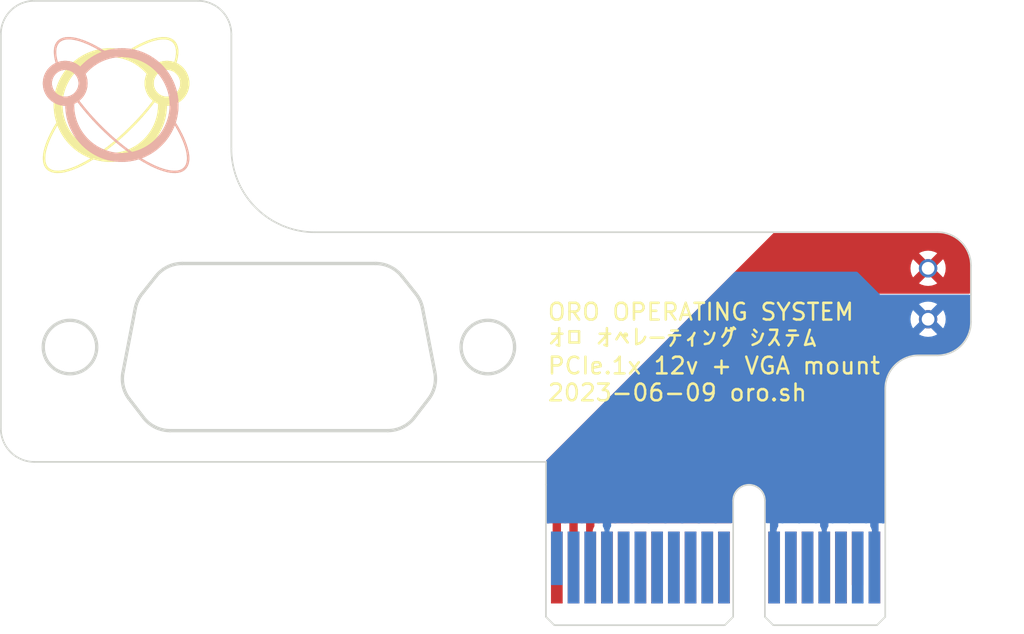
<source format=kicad_pcb>
(kicad_pcb (version 20221018) (generator pcbnew)
  (title_block (title "PCIe.1x 12v Supply + VGA Mount") (date "2023-06-09") (rev "1") (company "Oro Operating System") (comment 1 "://oro.sh") (comment 2 "Joshua Lee Junon"))
  (layers (0 "F.Cu" signal) (31 "B.Cu" signal) (34 "B.Paste" user) (35 "F.Paste" user) (36 "B.SilkS" user "B.Silkscreen") (37 "F.SilkS" user "F.Silkscreen") (38 "B.Mask" user) (39 "F.Mask" user) (44 "Edge.Cuts" user))
  (net 0 "")
  (net 21 "/+12V")
  (net 22 "/GND")
  (footprint "Connector_PCBEdge:BUS_PCIexpress_x1" (layer "F.Cu") (at 151.4502 117.978)
    (fp_text reference "J2" hide)
    (fp_text value "Bus_PCI_Express_x1")
    (fp_line (start -0.65 -4.95) (end -0.65 2.95) (stroke (width 0.1)) (layer "Edge.Cuts"))
    (fp_line (start -0.65 2.95) (end -0.15 3.45) (stroke (width 0.1)) (layer "Edge.Cuts"))
    (fp_line (start -0.15 3.45) (end 10.05 3.45) (stroke (width 0.1)) (layer "Edge.Cuts"))
    (fp_line (start 10.55 -4) (end 10.55 2.95) (stroke (width 0.1)) (layer "Edge.Cuts"))
    (fp_line (start 10.55 2.95) (end 10.05 3.45) (stroke (width 0.1)) (layer "Edge.Cuts"))
    (fp_line (start 12.45 -4) (end 12.45 2.95) (stroke (width 0.1)) (layer "Edge.Cuts"))
    (fp_line (start 12.45 2.95) (end 12.95 3.45) (stroke (width 0.1)) (layer "Edge.Cuts"))
    (fp_line (start 12.95 3.45) (end 19.15 3.45) (stroke (width 0.1)) (layer "Edge.Cuts"))
    (fp_line (start 19.65 -4.95) (end 19.65 2.95) (stroke (width 0.1)) (layer "Edge.Cuts"))
    (fp_line (start 19.65 2.95) (end 19.15 3.45) (stroke (width 0.1)) (layer "Edge.Cuts"))
    (fp_arc (start 10.55 -4) (mid 11.5 -4.95) (end 12.45 -4) (stroke (width 0.1)) (layer "Edge.Cuts"))
    (pad "A1" connect rect (at 0 -0.55) (size 0.7 3.2) (layers "B.Cu" "B.Mask"))
    (pad "A2" connect rect (at 1 0) (size 0.7 4.3) (layers "B.Cu" "B.Mask") (net 21 "/+12V"))
    (pad "A3" connect rect (at 2 0) (size 0.7 4.3) (layers "B.Cu" "B.Mask") (net 21 "/+12V"))
    (pad "A4" connect rect (at 3 0) (size 0.7 4.3) (layers "B.Cu" "B.Mask") (net 22 "/GND"))
    (pad "A5" connect rect (at 4 0) (size 0.7 4.3) (layers "B.Cu" "B.Mask"))
    (pad "A6" connect rect (at 5 0) (size 0.7 4.3) (layers "B.Cu" "B.Mask"))
    (pad "A7" connect rect (at 6 0) (size 0.7 4.3) (layers "B.Cu" "B.Mask"))
    (pad "A8" connect rect (at 7 0) (size 0.7 4.3) (layers "B.Cu" "B.Mask"))
    (pad "A9" connect rect (at 8 0) (size 0.7 4.3) (layers "B.Cu" "B.Mask"))
    (pad "A10" connect rect (at 9 0) (size 0.7 4.3) (layers "B.Cu" "B.Mask"))
    (pad "A11" connect rect (at 10 0) (size 0.7 4.3) (layers "B.Cu" "B.Mask"))
    (pad "A12" connect rect (at 13 0) (size 0.7 4.3) (layers "B.Cu" "B.Mask") (net 22 "/GND"))
    (pad "A13" connect rect (at 14 0) (size 0.7 4.3) (layers "B.Cu" "B.Mask"))
    (pad "A14" connect rect (at 15 0) (size 0.7 4.3) (layers "B.Cu" "B.Mask"))
    (pad "A15" connect rect (at 16 0) (size 0.7 4.3) (layers "B.Cu" "B.Mask") (net 22 "/GND"))
    (pad "A16" connect rect (at 17 0) (size 0.7 4.3) (layers "B.Cu" "B.Mask"))
    (pad "A17" connect rect (at 18 0) (size 0.7 4.3) (layers "B.Cu" "B.Mask"))
    (pad "A18" connect rect (at 19 0) (size 0.7 4.3) (layers "B.Cu" "B.Mask") (net 22 "/GND"))
    (pad "B1" connect rect (at 0 0) (size 0.7 4.3) (layers "F.Cu" "F.Mask") (net 21 "/+12V"))
    (pad "B2" connect rect (at 1 0) (size 0.7 4.3) (layers "F.Cu" "F.Mask") (net 21 "/+12V"))
    (pad "B3" connect rect (at 2 0) (size 0.7 4.3) (layers "F.Cu" "F.Mask") (net 21 "/+12V"))
    (pad "B4" connect rect (at 3 0) (size 0.7 4.3) (layers "F.Cu" "F.Mask") (net 22 "/GND"))
    (pad "B5" connect rect (at 4 0) (size 0.7 4.3) (layers "F.Cu" "F.Mask"))
    (pad "B6" connect rect (at 5 0) (size 0.7 4.3) (layers "F.Cu" "F.Mask"))
    (pad "B7" connect rect (at 6 0) (size 0.7 4.3) (layers "F.Cu" "F.Mask") (net 22 "/GND"))
    (pad "B8" connect rect (at 7 0) (size 0.7 4.3) (layers "F.Cu" "F.Mask"))
    (pad "B9" connect rect (at 8 0) (size 0.7 4.3) (layers "F.Cu" "F.Mask"))
    (pad "B10" connect rect (at 9 0) (size 0.7 4.3) (layers "F.Cu" "F.Mask"))
    (pad "B11" connect rect (at 10 0) (size 0.7 4.3) (layers "F.Cu" "F.Mask"))
    (pad "B12" connect rect (at 13 0) (size 0.7 4.3) (layers "F.Cu" "F.Mask"))
    (pad "B13" connect rect (at 14 0) (size 0.7 4.3) (layers "F.Cu" "F.Mask") (net 22 "/GND"))
    (pad "B14" connect rect (at 15 0) (size 0.7 4.3) (layers "F.Cu" "F.Mask"))
    (pad "B15" connect rect (at 16 0) (size 0.7 4.3) (layers "F.Cu" "F.Mask"))
    (pad "B16" connect rect (at 17 0) (size 0.7 4.3) (layers "F.Cu" "F.Mask") (net 22 "/GND"))
    (pad "B17" connect rect (at 18 -0.55) (size 0.7 3.2) (layers "F.Cu" "F.Mask"))
    (pad "B18" connect rect (at 19 0) (size 0.7 4.3) (layers "F.Cu" "F.Mask") (net 22 "/GND"))
  )
  (footprint "Oro Footprints:DebugPin" (layer "F.Cu") (at 173.6627 100.076)
    (fp_text reference "J1" hide)
    (fp_text value "~" hide)
    (pad "1" thru_hole circle (at 0 0) (size 1.1 1.1) (drill 0.762) (layers "*.Cu" "*.Mask") (net 21 "/+12V"))
  )
  (footprint "Oro Footprints:DebugPin" (layer "F.Cu") (at 173.6627 103.124)
    (fp_text reference "J3" hide)
    (fp_text value "~" hide)
    (pad "1" thru_hole circle (at 0 0) (size 1.1 1.1) (drill 0.762) (layers "*.Cu" "*.Mask") (net 22 "/GND"))
  )
  (gr_line (start 128.551687 90.308758) (end 128.547621 90.470034) (stroke (width 0.533683)) (layer "B.SilkS"))
  (gr_line (start 121.214667 89.689124) (end 121.182993 89.648639) (stroke (width 0.543791)) (layer "B.SilkS"))
  (gr_line (start 128.515684 90.786071) (end 128.488207 90.940436) (stroke (width 0.533683)) (layer "B.SilkS"))
  (gr_line (start 125.904624 93.408545) (end 125.748438 93.428502) (stroke (width 0.533683)) (layer "B.SilkS"))
  (gr_line (start 121.52941 88.065106) (end 121.575415 88.041439) (stroke (width 0.543791)) (layer "B.SilkS"))
  (gr_line (start 122.065094 86.320882) (end 122.201566 86.30919) (stroke (width 0.144762)) (layer "B.SilkS"))
  (gr_line (start 122.404845 90.014086) (end 122.35527 90.030935) (stroke (width 0.543791)) (layer "B.SilkS"))
  (gr_line (start 121.466731 86.823578) (end 121.478912 86.78418) (stroke (width 0.144762)) (layer "B.SilkS"))
  (gr_line (start 124.440363 91.886953) (end 124.136023 91.589286) (stroke (width 0.144762)) (layer "B.SilkS"))
  (gr_line (start 120.976533 89.117011) (end 120.972413 89.062586) (stroke (width 0.543791)) (layer "B.SilkS"))
  (gr_line (start 125.051876 92.438861) (end 124.746044 92.170342) (stroke (width 0.144762)) (layer "B.SilkS"))
  (gr_line (start 127.636773 92.525784) (end 127.528313 92.629647) (stroke (width 0.533683)) (layer "B.SilkS"))
  (gr_line (start 129.381819 93.665352) (end 129.370572 93.730305) (stroke (width 0.144762)) (layer "B.SilkS"))
  (gr_line (start 124.062231 86.949507) (end 124.285033 87.082873) (stroke (width 0.144762)) (layer "B.SilkS"))
  (gr_line (start 124.214601 93.198108) (end 124.076318 93.135274) (stroke (width 0.533683)) (layer "B.SilkS"))
  (gr_line (start 122.92273 88.408253) (end 122.950483 88.451734) (stroke (width 0.543791)) (layer "B.SilkS"))
  (gr_line (start 122.50056 89.973436) (end 122.453298 89.994898) (stroke (width 0.543791)) (layer "B.SilkS"))
  (gr_line (start 128.306166 91.528933) (end 128.243606 91.667828) (stroke (width 0.533683)) (layer "B.SilkS"))
  (gr_line (start 127.636773 88.091734) (end 127.740184 88.200668) (stroke (width 0.533683)) (layer "B.SilkS"))
  (gr_line (start 126.209327 87.271611) (end 126.357451 87.313896) (stroke (width 0.533683)) (layer "B.SilkS"))
  (gr_line (start 129.160202 92.486646) (end 129.233263 92.681913) (stroke (width 0.144762)) (layer "B.SilkS"))
  (gr_line (start 122.147079 87.941293) (end 122.200476 87.948108) (stroke (width 0.543791)) (layer "B.SilkS"))
  (gr_line (start 127.790499 94.153936) (end 127.598535 94.082434) (stroke (width 0.144762)) (layer "B.SilkS"))
  (gr_line (start 127.415001 87.889276) (end 127.528313 87.987871) (stroke (width 0.533683)) (layer "B.SilkS"))
  (gr_line (start 121.67113 88.000789) (end 121.720706 87.983941) (stroke (width 0.543791)) (layer "B.SilkS"))
  (gr_line (start 123.175624 90.532339) (end 123.005097 90.321642) (stroke (width 0.144762)) (layer "B.SilkS"))
  (gr_line (start 122.092894 90.077721) (end 122.037988 90.079115) (stroke (width 0.543791)) (layer "B.SilkS"))
  (gr_line (start 126.981463 93.791895) (end 126.763987 93.670669) (stroke (width 0.144762)) (layer "B.SilkS"))
  (gr_line (start 126.209327 93.345907) (end 126.058319 93.380947) (stroke (width 0.533683)) (layer "B.SilkS"))
  (gr_line (start 120.992702 88.791458) (end 121.004616 88.739609) (stroke (width 0.543791)) (layer "B.SilkS"))
  (gr_line (start 122.759522 91.934359) (end 122.684309 91.803036) (stroke (width 0.533683)) (layer "B.SilkS"))
  (gr_line (start 123.452901 87.881849) (end 123.590598 87.774821) (stroke (width 0.533683)) (layer "B.SilkS"))
  (gr_line (start 121.680701 86.481283) (end 121.726148 86.446699) (stroke (width 0.144762)) (layer "B.SilkS"))
  (gr_line (start 122.405613 91.092103) (end 122.370726 90.940436) (stroke (width 0.533683)) (layer "B.SilkS"))
  (gr_line (start 123.810962 92.990441) (end 123.684282 92.908837) (stroke (width 0.533683)) (layer "B.SilkS"))
  (gr_line (start 123.684282 92.908837) (end 123.561863 92.821371) (stroke (width 0.533683)) (layer "B.SilkS"))
  (gr_line (start 122.35527 90.030935) (end 122.304638 90.045376) (stroke (width 0.543791)) (layer "B.SilkS"))
  (gr_line (start 128.474189 94.30551) (end 128.317056 94.28836) (stroke (width 0.144762)) (layer "B.SilkS"))
  (gr_line (start 121.52941 89.94977) (end 121.484729 89.923965) (stroke (width 0.543791)) (layer "B.SilkS"))
  (gr_line (start 123.056982 88.688754) (end 123.07136 88.739609) (stroke (width 0.543791)) (layer "B.SilkS"))
  (gr_line (start 128.099405 88.683158) (end 128.17462 88.814481) (stroke (width 0.533683)) (layer "B.SilkS"))
  (gr_line (start 127.415001 92.728242) (end 127.297035 92.821371) (stroke (width 0.533683)) (layer "B.SilkS"))
  (gr_line (start 122.147079 90.073582) (end 122.092894 90.077721) (stroke (width 0.543791)) (layer "B.SilkS"))
  (gr_line (start 121.720706 87.983941) (end 121.771337 87.9695) (stroke (width 0.543791)) (layer "B.SilkS"))
  (gr_line (start 128.621159 94.308347) (end 128.474189 94.30551) (stroke (width 0.144762)) (layer "B.SilkS"))
  (gr_line (start 121.983082 87.937155) (end 122.037988 87.93576) (stroke (width 0.543791)) (layer "B.SilkS"))
  (gr_line (start 129.095749 94.170791) (end 129.047102 94.201395) (stroke (width 0.144762)) (layer "B.SilkS"))
  (gr_line (start 123.118732 92.416849) (end 123.02057 92.303042) (stroke (width 0.533683)) (layer "B.SilkS"))
  (gr_line (start 121.182993 89.648639) (end 121.153245 89.606623) (stroke (width 0.543791)) (layer "B.SilkS"))
  (gr_line (start 125.904624 87.208974) (end 126.058319 87.236571) (stroke (width 0.533683)) (layer "B.SilkS"))
  (gr_line (start 128.45332 89.525413) (end 128.488207 89.67708) (stroke (width 0.533683)) (layer "B.SilkS"))
  (gr_line (start 121.399607 88.148665) (end 121.441439 88.118786) (stroke (width 0.543791)) (layer "B.SilkS"))
  (gr_line (start 122.92785 92.18456) (end 122.840768 92.061599) (stroke (width 0.533683)) (layer "B.SilkS"))
  (gr_line (start 123.941707 93.065986) (end 123.810962 92.990441) (stroke (width 0.533683)) (layer "B.SilkS"))
  (gr_line (start 122.200476 87.948108) (end 122.253018 87.957533) (stroke (width 0.543791)) (layer "B.SilkS"))
  (gr_line (start 128.45332 91.092103) (end 128.41122 91.240873) (stroke (width 0.533683)) (layer "B.SilkS"))
  (gr_line (start 121.125493 88.451734) (end 121.153245 88.408253) (stroke (width 0.543791)) (layer "B.SilkS"))
  (gr_line (start 125.243302 87.178303) (end 125.429381 87.172813) (stroke (width 0.533683)) (layer "B.SilkS"))
  (gr_line (start 122.453298 88.019978) (end 122.50056 88.041439) (stroke (width 0.543791)) (layer "B.SilkS"))
  (gr_line (start 128.864132 91.859101) (end 128.975341 92.07464) (stroke (width 0.144762)) (layer "B.SilkS"))
  (gr_line (start 128.940293 94.250927) (end 128.882276 94.269929) (stroke (width 0.144762)) (layer "B.SilkS"))
  (gr_line (start 129.233263 92.681913) (end 129.293016 92.86922) (stroke (width 0.144762)) (layer "B.SilkS"))
  (gr_line (start 124.038074 87.501101) (end 124.197669 87.426678) (stroke (width 0.533683)) (layer "B.SilkS"))
  (gr_line (start 125.659225 92.928927) (end 125.356667 92.691919) (stroke (width 0.144762)) (layer "B.SilkS"))
  (gr_line (start 127.838349 92.303042) (end 127.740184 92.416849) (stroke (width 0.533683)) (layer "B.SilkS"))
  (gr_line (start 121.214667 88.325752) (end 121.248203 88.286866) (stroke (width 0.543791)) (layer "B.SilkS"))
  (gr_line (start 121.428268 87.135643) (end 121.431008 87.040222) (stroke (width 0.144762)) (layer "B.SilkS"))
  (gr_line (start 127.174609 87.708681) (end 127.297035 87.796147) (stroke (width 0.533683)) (layer "B.SilkS"))
  (gr_line (start 122.32338 90.629204) (end 122.311313 90.470034) (stroke (width 0.533683)) (layer "B.SilkS"))
  (gr_line (start 121.822958 87.957533) (end 121.8755 87.948108) (stroke (width 0.543791)) (layer "B.SilkS"))
  (gr_line (start 120.983319 88.844232) (end 120.992702 88.791458) (stroke (width 0.543791)) (layer "B.SilkS"))
  (gr_line (start 123.056982 89.326122) (end 123.040208 89.375916) (stroke (width 0.543791)) (layer "B.SilkS"))
  (gr_line (start 122.348809 86.312137) (end 122.506238 86.329433) (stroke (width 0.144762)) (layer "B.SilkS"))
  (gr_line (start 121.035768 88.638959) (end 121.054872 88.590293) (stroke (width 0.543791)) (layer "B.SilkS"))
  (gr_line (start 123.078497 88.24598) (end 123.196543 88.117737) (stroke (width 0.533683)) (layer "B.SilkS"))
  (gr_line (start 128.882276 94.269929) (end 128.757382 94.296583) (stroke (width 0.144762)) (layer "B.SilkS"))
  (gr_line (start 121.612491 86.547745) (end 121.638605 86.519853) (stroke (width 0.144762)) (layer "B.SilkS"))
  (gr_line (start 127.528313 87.987871) (end 127.636773 88.091734) (stroke (width 0.533683)) (layer "B.SilkS"))
  (gr_line (start 120.972413 89.062586) (end 120.971025 89.007438) (stroke (width 0.543791)) (layer "B.SilkS"))
  (gr_line (start 122.307248 90.308758) (end 122.307693 90.255534) (stroke (width 0.533683)) (layer "B.SilkS"))
  (gr_line (start 123.083274 89.223418) (end 123.07136 89.275267) (stroke (width 0.543791)) (layer "B.SilkS"))
  (gr_line (start 121.484729 89.923965) (end 121.441439 89.89609) (stroke (width 0.543791)) (layer "B.SilkS"))
  (gr_line (start 122.999737 89.472054) (end 122.976174 89.518263) (stroke (width 0.543791)) (layer "B.SilkS"))
  (gr_line (start 122.676369 88.148665) (end 122.716675 88.180479) (stroke (width 0.543791)) (layer "B.SilkS"))
  (gr_line (start 121.320586 88.214163) (end 121.3593 88.180479) (stroke (width 0.543791)) (layer "B.SilkS"))
  (gr_line (start 121.456244 86.864316) (end 121.466731 86.823578) (stroke (width 0.144762)) (layer "B.SilkS"))
  (gr_line (start 127.399319 93.998067) (end 127.193435 93.901124) (stroke (width 0.144762)) (layer "B.SilkS"))
  (gr_line (start 128.547621 90.470034) (end 128.535554 90.629204) (stroke (width 0.533683)) (layer "B.SilkS"))
  (gr_line (start 123.930216 91.378744) (end 123.731081 91.167386) (stroke (width 0.144762)) (layer "B.SilkS"))
  (gr_line (start 122.842205 90.112091) (end 122.687139 89.904081) (stroke (width 0.144762)) (layer "B.SilkS"))
  (gr_line (start 123.099442 88.897865) (end 123.103562 88.95229) (stroke (width 0.543791)) (layer "B.SilkS"))
  (gr_line (start 125.748438 93.428502) (end 125.589958 93.440621) (stroke (width 0.533683)) (layer "B.SilkS"))
  (gr_line (start 127.740184 88.200668) (end 127.838349 88.314475) (stroke (width 0.533683)) (layer "B.SilkS"))
  (gr_line (start 123.040208 89.375916) (end 123.021104 89.424583) (stroke (width 0.543791)) (layer "B.SilkS"))
  (gr_line (start 121.054872 89.424583) (end 121.035768 89.375916) (stroke (width 0.543791)) (layer "B.SilkS"))
  (gr_line (start 128.488207 89.67708) (end 128.515684 89.831445) (stroke (width 0.533683)) (layer "B.SilkS"))
  (gr_line (start 121.099802 89.518263) (end 121.076239 89.472054) (stroke (width 0.543791)) (layer "B.SilkS"))
  (gr_line (start 129.293016 92.86922) (end 129.339166 93.047969) (stroke (width 0.144762)) (layer "B.SilkS"))
  (gr_line (start 124.361971 87.361177) (end 124.53067 87.304907) (stroke (width 0.533683)) (layer "B.SilkS"))
  (gr_line (start 125.958359 93.149293) (end 125.659225 92.928927) (stroke (width 0.144762)) (layer "B.SilkS"))
  (gr_line (start 126.917171 87.551533) (end 127.047922 87.627077) (stroke (width 0.533683)) (layer "B.SilkS"))
  (gr_line (start 121.44211 87.340542) (end 121.431997 87.235808) (stroke (width 0.144762)) (layer "B.SilkS"))
  (gr_line (start 123.104951 89.007438) (end 123.103562 89.062586) (stroke (width 0.543791)) (layer "B.SilkS"))
  (gr_line (start 123.425718 86.62098) (end 123.631989 86.71827) (stroke (width 0.144762)) (layer "B.SilkS"))
  (gr_line (start 120.983319 89.170644) (end 120.976533 89.117011) (stroke (width 0.543791)) (layer "B.SilkS"))
  (gr_line (start 128.17462 91.803036) (end 128.099405 91.934359) (stroke (width 0.533683)) (layer "B.SilkS"))
  (gr_line (start 128.150342 94.257189) (end 127.974629 94.212284) (stroke (width 0.144762)) (layer "B.SilkS"))
  (gr_line (start 122.453298 89.994898) (end 122.404845 90.014086) (stroke (width 0.543791)) (layer "B.SilkS"))
  (gr_line (start 128.17462 88.814481) (end 128.243606 88.949689) (stroke (width 0.533683)) (layer "B.SilkS"))
  (gr_line (start 129.371417 93.217556) (end 129.382238 93.298728) (stroke (width 0.144762)) (layer "B.SilkS"))
  (gr_line (start 128.547621 90.147482) (end 128.551687 90.308758) (stroke (width 0.533683)) (layer "B.SilkS"))
  (gr_line (start 122.75539 89.800713) (end 122.716675 89.834396) (stroke (width 0.543791)) (layer "B.SilkS"))
  (gr_line (start 126.782551 87.482244) (end 126.917171 87.551533) (stroke (width 0.533683)) (layer "B.SilkS"))
  (gr_line (start 128.018156 92.061599) (end 127.931072 92.18456) (stroke (width 0.533683)) (layer "B.SilkS"))
  (gr_line (start 123.021104 89.424583) (end 122.999737 89.472054) (stroke (width 0.543791)) (layer "B.SilkS"))
  (gr_line (start 121.484729 88.090911) (end 121.52941 88.065106) (stroke (width 0.543791)) (layer "B.SilkS"))
  (gr_line (start 121.125493 89.563141) (end 121.099802 89.518263) (stroke (width 0.543791)) (layer "B.SilkS"))
  (gr_line (start 122.304638 90.045376) (end 122.253018 90.057343) (stroke (width 0.543791)) (layer "B.SilkS"))
  (gr_line (start 128.362103 91.386549) (end 128.306166 91.528933) (stroke (width 0.533683)) (layer "B.SilkS"))
  (gr_line (start 126.357451 93.303622) (end 126.209327 93.345907) (stroke (width 0.533683)) (layer "B.SilkS"))
  (gr_line (start 129.393086 93.453449) (end 129.39304 93.526849) (stroke (width 0.144762)) (layer "B.SilkS"))
  (gr_line (start 121.983082 90.077721) (end 121.928897 90.073582) (stroke (width 0.543791)) (layer "B.SilkS"))
  (gr_line (start 121.826801 86.389346) (end 121.88186 86.366505) (stroke (width 0.144762)) (layer "B.SilkS"))
  (gr_line (start 121.638605 86.519853) (end 121.680701 86.481283) (stroke (width 0.144762)) (layer "B.SilkS"))
  (gr_line (start 123.103562 89.062586) (end 123.099442 89.117011) (stroke (width 0.543791)) (layer "B.SilkS"))
  (gr_line (start 126.64426 87.41941) (end 126.782551 87.482244) (stroke (width 0.533683)) (layer "B.SilkS"))
  (gr_line (start 124.649503 93.345907) (end 124.50139 93.303622) (stroke (width 0.533683)) (layer "B.SilkS"))
  (gr_line (start 121.447439 86.906371) (end 121.456244 86.864316) (stroke (width 0.144762)) (layer "B.SilkS"))
  (gr_line (start 121.054872 88.590293) (end 121.076239 88.542822) (stroke (width 0.543791)) (layer "B.SilkS"))
  (gr_line (start 120.971025 89.007438) (end 120.972413 88.95229) (stroke (width 0.543791)) (layer "B.SilkS"))
  (gr_line (start 122.840768 92.061599) (end 122.759522 91.934359) (stroke (width 0.533683)) (layer "B.SilkS"))
  (gr_line (start 122.591247 88.090911) (end 122.634537 88.118786) (stroke (width 0.543791)) (layer "B.SilkS"))
  (gr_line (start 125.589958 87.176897) (end 125.748438 87.189016) (stroke (width 0.533683)) (layer "B.SilkS"))
  (gr_line (start 129.339166 93.047969) (end 129.357048 93.133945) (stroke (width 0.144762)) (layer "B.SilkS"))
  (gr_line (start 120.972413 88.95229) (end 120.976533 88.897865) (stroke (width 0.543791)) (layer "B.SilkS"))
  (gr_line (start 125.748438 87.189016) (end 125.904624 87.208974) (stroke (width 0.533683)) (layer "B.SilkS"))
  (gr_line (start 122.615324 91.667828) (end 122.552765 91.528933) (stroke (width 0.533683)) (layer "B.SilkS"))
  (gr_line (start 121.441439 89.89609) (end 121.399607 89.866211) (stroke (width 0.543791)) (layer "B.SilkS"))
  (gr_line (start 121.575415 89.973436) (end 121.52941 89.94977) (stroke (width 0.543791)) (layer "B.SilkS"))
  (gr_line (start 123.033797 86.46451) (end 123.226126 86.536297) (stroke (width 0.144762)) (layer "B.SilkS"))
  (gr_line (start 128.488207 90.940436) (end 128.45332 91.092103) (stroke (width 0.533683)) (layer "B.SilkS"))
  (gr_line (start 121.67113 90.014086) (end 121.622678 89.994898) (stroke (width 0.543791)) (layer "B.SilkS"))
  (gr_line (start 128.740798 91.638006) (end 128.864132 91.859101) (stroke (width 0.144762)) (layer "B.SilkS"))
  (gr_line (start 129.141126 94.136248) (end 129.095749 94.170791) (stroke (width 0.144762)) (layer "B.SilkS"))
  (gr_line (start 127.047922 87.627077) (end 127.174609 87.708681) (stroke (width 0.533683)) (layer "B.SilkS"))
  (gr_line (start 127.193435 93.901124) (end 126.981463 93.791895) (stroke (width 0.144762)) (layer "B.SilkS"))
  (gr_line (start 128.243606 91.667828) (end 128.17462 91.803036) (stroke (width 0.533683)) (layer "B.SilkS"))
  (gr_line (start 121.3593 89.834396) (end 121.320586 89.800713) (stroke (width 0.543791)) (layer "B.SilkS"))
  (gr_line (start 121.478912 86.78418) (end 121.492797 86.746144) (stroke (width 0.144762)) (layer "B.SilkS"))
  (gr_line (start 125.110354 93.428502) (end 124.954182 93.408545) (stroke (width 0.533683)) (layer "B.SilkS"))
  (gr_line (start 124.197669 87.426678) (end 124.361971 87.361177) (stroke (width 0.533683)) (layer "B.SilkS"))
  (gr_line (start 121.004616 88.739609) (end 121.018993 88.688754) (stroke (width 0.543791)) (layer "B.SilkS"))
  (gr_line (start 123.631989 86.71827) (end 123.844355 86.827876) (stroke (width 0.144762)) (layer "B.SilkS"))
  (gr_line (start 121.153245 89.606623) (end 121.125493 89.563141) (stroke (width 0.543791)) (layer "B.SilkS"))
  (gr_line (start 122.546566 89.94977) (end 122.50056 89.973436) (stroke (width 0.543791)) (layer "B.SilkS"))
  (gr_line (start 127.931072 92.18456) (end 127.838349 92.303042) (stroke (width 0.533683)) (layer "B.SilkS"))
  (gr_line (start 122.552765 91.528933) (end 122.496829 91.386549) (stroke (width 0.533683)) (layer "B.SilkS"))
  (gr_line (start 129.357048 93.133945) (end 129.371417 93.217556) (stroke (width 0.144762)) (layer "B.SilkS"))
  (gr_line (start 121.774873 86.416066) (end 121.826801 86.389346) (stroke (width 0.144762)) (layer "B.SilkS"))
  (gr_line (start 123.103562 88.95229) (end 123.104951 89.007438) (stroke (width 0.543791)) (layer "B.SilkS"))
  (gr_line (start 122.861308 89.689124) (end 122.827773 89.728009) (stroke (width 0.543791)) (layer "B.SilkS"))
  (gr_line (start 123.040208 88.638959) (end 123.056982 88.688754) (stroke (width 0.543791)) (layer "B.SilkS"))
  (gr_line (start 122.827773 88.286866) (end 122.861308 88.325752) (stroke (width 0.543791)) (layer "B.SilkS"))
  (gr_line (start 122.404845 88.000789) (end 122.453298 88.019978) (stroke (width 0.543791)) (layer "B.SilkS"))
  (gr_line (start 121.431997 87.235808) (end 121.428268 87.135643) (stroke (width 0.144762)) (layer "B.SilkS"))
  (gr_line (start 122.037988 87.93576) (end 122.092894 87.937155) (stroke (width 0.543791)) (layer "B.SilkS"))
  (gr_line (start 127.528313 92.629647) (end 127.415001 92.728242) (stroke (width 0.533683)) (layer "B.SilkS"))
  (gr_line (start 127.297035 92.821371) (end 127.174609 92.908837) (stroke (width 0.533683)) (layer "B.SilkS"))
  (gr_line (start 122.34325 90.786071) (end 122.32338 90.629204) (stroke (width 0.533683)) (layer "B.SilkS"))
  (gr_line (start 121.928897 87.941293) (end 121.983082 87.937155) (stroke (width 0.543791)) (layer "B.SilkS"))
  (gr_line (start 126.058319 93.380947) (end 125.904624 93.408545) (stroke (width 0.533683)) (layer "B.SilkS"))
  (gr_line (start 122.716675 89.834396) (end 122.676369 89.866211) (stroke (width 0.543791)) (layer "B.SilkS"))
  (gr_line (start 123.083274 88.791458) (end 123.092657 88.844232) (stroke (width 0.543791)) (layer "B.SilkS"))
  (gr_line (start 121.622678 89.994898) (end 121.575415 89.973436) (stroke (width 0.543791)) (layer "B.SilkS"))
  (gr_line (start 121.822958 90.057343) (end 121.771337 90.045376) (stroke (width 0.543791)) (layer "B.SilkS"))
  (gr_line (start 121.622678 88.019978) (end 121.67113 88.000789) (stroke (width 0.543791)) (layer "B.SilkS"))
  (gr_line (start 121.248203 88.286866) (end 121.283531 88.249648) (stroke (width 0.543791)) (layer "B.SilkS"))
  (gr_line (start 124.50139 93.303622) (end 124.356357 93.25429) (stroke (width 0.533683)) (layer "B.SilkS"))
  (gr_line (start 126.64426 93.198108) (end 126.502495 93.25429) (stroke (width 0.533683)) (layer "B.SilkS"))
  (gr_line (start 121.283531 89.765228) (end 121.248203 89.728009) (stroke (width 0.543791)) (layer "B.SilkS"))
  (gr_line (start 121.631992 88.055065) (end 121.585396 87.926603) (stroke (width 0.144762)) (layer "B.SilkS"))
  (gr_line (start 121.544782 86.640423) (end 121.56559 86.608052) (stroke (width 0.144762)) (layer "B.SilkS"))
  (gr_line (start 124.880034 87.221292) (end 125.060084 87.194565) (stroke (width 0.533683)) (layer "B.SilkS"))
  (gr_line (start 125.26882 93.440621) (end 125.110354 93.428502) (stroke (width 0.533683)) (layer "B.SilkS"))
  (gr_line (start 126.763987 93.670669) (end 126.54159 93.537736) (stroke (width 0.144762)) (layer "B.SilkS"))
  (gr_line (start 128.099405 91.934359) (end 128.018156 92.061599) (stroke (width 0.533683)) (layer "B.SilkS"))
  (gr_line (start 129.07413 92.284022) (end 129.160202 92.486646) (stroke (width 0.144762)) (layer "B.SilkS"))
  (gr_line (start 122.037988 90.079115) (end 121.983082 90.077721) (stroke (width 0.543791)) (layer "B.SilkS"))
  (gr_line (start 122.253018 87.957533) (end 122.304638 87.9695) (stroke (width 0.543791)) (layer "B.SilkS"))
  (gr_line (start 122.976174 89.518263) (end 122.950483 89.563141) (stroke (width 0.543791)) (layer "B.SilkS"))
  (gr_line (start 124.285033 87.082873) (end 124.490439 87.211072) (stroke (width 0.144762)) (layer "B.SilkS"))
  (gr_line (start 123.005097 90.321642) (end 122.842205 90.112091) (stroke (width 0.144762)) (layer "B.SilkS"))
  (gr_line (start 122.676369 89.866211) (end 122.634537 89.89609) (stroke (width 0.543791)) (layer "B.SilkS"))
  (gr_line (start 125.429381 87.172813) (end 125.589958 87.176897) (stroke (width 0.533683)) (layer "B.SilkS"))
  (gr_line (start 122.967617 88.380678) (end 123.078497 88.24598) (stroke (width 0.533683)) (layer "B.SilkS"))
  (gr_line (start 128.018156 88.555918) (end 128.099405 88.683158) (stroke (width 0.533683)) (layer "B.SilkS"))
  (gr_line (start 124.136023 91.589286) (end 123.930216 91.378744) (stroke (width 0.144762)) (layer "B.SilkS"))
  (gr_line (start 122.827773 89.728009) (end 122.792444 89.765228) (stroke (width 0.543791)) (layer "B.SilkS"))
  (gr_line (start 121.771337 90.045376) (end 121.720706 90.030935) (stroke (width 0.543791)) (layer "B.SilkS"))
  (gr_line (start 123.099442 89.117011) (end 123.092657 89.170644) (stroke (width 0.543791)) (layer "B.SilkS"))
  (gr_line (start 122.201566 86.30919) (end 122.348809 86.312137) (stroke (width 0.144762)) (layer "B.SilkS"))
  (gr_line (start 121.726148 86.446699) (end 121.774873 86.416066) (stroke (width 0.144762)) (layer "B.SilkS"))
  (gr_line (start 129.370572 93.730305) (end 129.355517 93.792293) (stroke (width 0.144762)) (layer "B.SilkS"))
  (gr_line (start 123.092657 88.844232) (end 123.099442 88.897865) (stroke (width 0.543791)) (layer "B.SilkS"))
  (gr_line (start 121.458519 87.449669) (end 121.44211 87.340542) (stroke (width 0.144762)) (layer "B.SilkS"))
  (gr_line (start 122.304638 87.9695) (end 122.35527 87.983941) (stroke (width 0.543791)) (layer "B.SilkS"))
  (gr_line (start 123.590598 87.774821) (end 123.734231 87.675481) (stroke (width 0.533683)) (layer "B.SilkS"))
  (gr_line (start 122.50056 88.041439) (end 122.546566 88.065106) (stroke (width 0.543791)) (layer "B.SilkS"))
  (gr_line (start 122.92273 89.606623) (end 122.892983 89.648639) (stroke (width 0.543791)) (layer "B.SilkS"))
  (gr_line (start 128.317056 94.28836) (end 128.150342 94.257189) (stroke (width 0.144762)) (layer "B.SilkS"))
  (gr_line (start 126.917171 93.065986) (end 126.782551 93.135274) (stroke (width 0.533683)) (layer "B.SilkS"))
  (gr_line (start 127.838349 88.314475) (end 127.931072 88.432958) (stroke (width 0.533683)) (layer "B.SilkS"))
  (gr_line (start 129.382238 93.298728) (end 129.389474 93.377383) (stroke (width 0.144762)) (layer "B.SilkS"))
  (gr_line (start 124.70346 87.258176) (end 124.880034 87.221292) (stroke (width 0.533683)) (layer "B.SilkS"))
  (gr_line (start 121.575415 88.041439) (end 121.622678 88.019978) (stroke (width 0.543791)) (layer "B.SilkS"))
  (gr_line (start 121.585396 87.926603) (end 121.544664 87.801656) (stroke (width 0.144762)) (layer "B.SilkS"))
  (gr_line (start 122.506238 86.329433) (end 122.673269 86.360787) (stroke (width 0.144762)) (layer "B.SilkS"))
  (gr_line (start 126.252878 93.352426) (end 125.958359 93.149293) (stroke (width 0.144762)) (layer "B.SilkS"))
  (gr_line (start 122.546566 88.065106) (end 122.591247 88.090911) (stroke (width 0.543791)) (layer "B.SilkS"))
  (gr_line (start 122.950483 89.563141) (end 122.92273 89.606623) (stroke (width 0.543791)) (layer "B.SilkS"))
  (gr_line (start 121.928897 90.073582) (end 121.8755 90.066767) (stroke (width 0.543791)) (layer "B.SilkS"))
  (gr_line (start 126.782551 93.135274) (end 126.64426 93.198108) (stroke (width 0.533683)) (layer "B.SilkS"))
  (gr_line (start 128.306166 89.088583) (end 128.362103 89.230967) (stroke (width 0.533683)) (layer "B.SilkS"))
  (gr_line (start 121.939978 86.347504) (end 122.065094 86.320882) (stroke (width 0.144762)) (layer "B.SilkS"))
  (gr_line (start 123.443901 92.728242) (end 123.330595 92.629647) (stroke (width 0.533683)) (layer "B.SilkS"))
  (gr_line (start 127.740184 92.416849) (end 127.636773 92.525784) (stroke (width 0.533683)) (layer "B.SilkS"))
  (gr_line (start 120.992702 89.223418) (end 120.983319 89.170644) (stroke (width 0.543791)) (layer "B.SilkS"))
  (gr_line (start 129.39304 93.526849) (end 129.389296 93.597508) (stroke (width 0.144762)) (layer "B.SilkS"))
  (gr_line (start 122.976174 88.496613) (end 122.999737 88.542822) (stroke (width 0.543791)) (layer "B.SilkS"))
  (gr_line (start 128.515684 89.831445) (end 128.535554 89.988312) (stroke (width 0.533683)) (layer "B.SilkS"))
  (gr_line (start 123.222139 92.525784) (end 123.118732 92.416849) (stroke (width 0.533683)) (layer "B.SilkS"))
  (gr_line (start 122.950483 88.451734) (end 122.976174 88.496613) (stroke (width 0.543791)) (layer "B.SilkS"))
  (gr_line (start 123.07136 89.275267) (end 123.056982 89.326122) (stroke (width 0.543791)) (layer "B.SilkS"))
  (gr_line (start 122.370726 90.940436) (end 122.34325 90.786071) (stroke (width 0.533683)) (layer "B.SilkS"))
  (gr_line (start 122.309017 90.202534) (end 122.311205 90.149789) (stroke (width 0.533683)) (layer "B.SilkS"))
  (gr_line (start 121.8755 87.948108) (end 121.928897 87.941293) (stroke (width 0.543791)) (layer "B.SilkS"))
  (gr_line (start 126.058319 87.236571) (end 126.209327 87.271611) (stroke (width 0.533683)) (layer "B.SilkS"))
  (gr_line (start 124.954182 93.408545) (end 124.800499 93.380947) (stroke (width 0.533683)) (layer "B.SilkS"))
  (gr_line (start 128.535554 90.629204) (end 128.515684 90.786071) (stroke (width 0.533683)) (layer "B.SilkS"))
  (gr_line (start 125.589958 93.440621) (end 125.429381 93.444705) (stroke (width 0.533683)) (layer "B.SilkS"))
  (gr_line (start 123.330595 92.629647) (end 123.222139 92.525784) (stroke (width 0.533683)) (layer "B.SilkS"))
  (gr_line (start 122.35527 87.983941) (end 122.404845 88.000789) (stroke (width 0.543791)) (layer "B.SilkS"))
  (gr_line (start 129.355517 93.792293) (end 129.336618 93.851239) (stroke (width 0.144762)) (layer "B.SilkS"))
  (gr_line (start 121.481139 87.563014) (end 121.458519 87.449669) (stroke (width 0.144762)) (layer "B.SilkS"))
  (gr_line (start 122.892983 88.366236) (end 122.92273 88.408253) (stroke (width 0.543791)) (layer "B.SilkS"))
  (gr_line (start 124.800499 93.380947) (end 124.649503 93.345907) (stroke (width 0.533683)) (layer "B.SilkS"))
  (gr_line (start 121.720706 90.030935) (end 121.67113 90.014086) (stroke (width 0.543791)) (layer "B.SilkS"))
  (gr_line (start 123.321446 87.996257) (end 123.452901 87.881849) (stroke (width 0.533683)) (layer "B.SilkS"))
  (gr_line (start 122.200476 90.066767) (end 122.147079 90.073582) (stroke (width 0.543791)) (layer "B.SilkS"))
  (gr_line (start 121.440305 86.949721) (end 121.447439 86.906371) (stroke (width 0.144762)) (layer "B.SilkS"))
  (gr_line (start 123.07136 88.739609) (end 123.083274 88.791458) (stroke (width 0.543791)) (layer "B.SilkS"))
  (gr_line (start 126.502495 87.363228) (end 126.64426 87.41941) (stroke (width 0.533683)) (layer "B.SilkS"))
  (gr_line (start 123.092657 89.170644) (end 123.083274 89.223418) (stroke (width 0.543791)) (layer "B.SilkS"))
  (gr_line (start 122.861308 88.325752) (end 122.892983 88.366236) (stroke (width 0.543791)) (layer "B.SilkS"))
  (gr_line (start 129.047102 94.201395) (end 128.995259 94.228095) (stroke (width 0.144762)) (layer "B.SilkS"))
  (gr_line (start 121.508396 86.709491) (end 121.525721 86.674243) (stroke (width 0.144762)) (layer "B.SilkS"))
  (gr_line (start 123.731081 91.167386) (end 123.538808 90.955604) (stroke (width 0.144762)) (layer "B.SilkS"))
  (gr_line (start 122.496829 91.386549) (end 122.447713 91.240873) (stroke (width 0.533683)) (layer "B.SilkS"))
  (gr_line (start 123.021104 88.590293) (end 123.040208 88.638959) (stroke (width 0.543791)) (layer "B.SilkS"))
  (gr_line (start 123.353592 90.74379) (end 123.175624 90.532339) (stroke (width 0.144762)) (layer "B.SilkS"))
  (gr_line (start 123.538808 90.955604) (end 123.353592 90.74379) (stroke (width 0.144762)) (layer "B.SilkS"))
  (gr_line (start 129.287138 93.959709) (end 129.256484 94.009082) (stroke (width 0.144762)) (layer "B.SilkS"))
  (gr_line (start 121.3593 88.180479) (end 121.399607 88.148665) (stroke (width 0.543791)) (layer "B.SilkS"))
  (gr_line (start 123.734231 87.675481) (end 123.883492 87.584139) (stroke (width 0.533683)) (layer "B.SilkS"))
  (gr_line (start 124.356357 93.25429) (end 124.214601 93.198108) (stroke (width 0.533683)) (layer "B.SilkS"))
  (gr_line (start 127.297035 87.796147) (end 127.415001 87.889276) (stroke (width 0.533683)) (layer "B.SilkS"))
  (gr_line (start 128.41122 91.240873) (end 128.362103 91.386549) (stroke (width 0.533683)) (layer "B.SilkS"))
  (gr_line (start 129.313837 93.907069) (end 129.287138 93.959709) (stroke (width 0.144762)) (layer "B.SilkS"))
  (gr_line (start 122.716675 88.180479) (end 122.75539 88.214163) (stroke (width 0.543791)) (layer "B.SilkS"))
  (gr_line (start 122.849317 86.40591) (end 123.033797 86.46451) (stroke (width 0.144762)) (layer "B.SilkS"))
  (gr_line (start 128.243606 88.949689) (end 128.306166 89.088583) (stroke (width 0.533683)) (layer "B.SilkS"))
  (gr_line (start 121.153245 88.408253) (end 121.182993 88.366236) (stroke (width 0.543791)) (layer "B.SilkS"))
  (gr_line (start 125.429381 93.444705) (end 125.26882 93.440621) (stroke (width 0.533683)) (layer "B.SilkS"))
  (gr_line (start 122.999737 88.542822) (end 123.021104 88.590293) (stroke (width 0.543791)) (layer "B.SilkS"))
  (gr_line (start 121.56559 86.608052) (end 121.588156 86.577152) (stroke (width 0.144762)) (layer "B.SilkS"))
  (gr_line (start 128.975341 92.07464) (end 129.07413 92.284022) (stroke (width 0.144762)) (layer "B.SilkS"))
  (gr_line (start 122.673269 86.360787) (end 122.849317 86.40591) (stroke (width 0.144762)) (layer "B.SilkS"))
  (gr_line (start 126.357451 87.313896) (end 126.502495 87.363228) (stroke (width 0.533683)) (layer "B.SilkS"))
  (gr_line (start 121.248203 89.728009) (end 121.214667 89.689124) (stroke (width 0.543791)) (layer "B.SilkS"))
  (gr_line (start 121.182993 88.366236) (end 121.214667 88.325752) (stroke (width 0.543791)) (layer "B.SilkS"))
  (gr_line (start 123.02057 92.303042) (end 122.92785 92.18456) (stroke (width 0.533683)) (layer "B.SilkS"))
  (gr_line (start 124.53067 87.304907) (end 124.70346 87.258176) (stroke (width 0.533683)) (layer "B.SilkS"))
  (gr_line (start 124.746044 92.170342) (end 124.440363 91.886953) (stroke (width 0.144762)) (layer "B.SilkS"))
  (gr_line (start 127.047922 92.990441) (end 126.917171 93.065986) (stroke (width 0.533683)) (layer "B.SilkS"))
  (gr_line (start 124.076318 93.135274) (end 123.941707 93.065986) (stroke (width 0.533683)) (layer "B.SilkS"))
  (gr_line (start 128.41122 89.376643) (end 128.45332 89.525413) (stroke (width 0.533683)) (layer "B.SilkS"))
  (gr_line (start 129.389474 93.377383) (end 129.393086 93.453449) (stroke (width 0.144762)) (layer "B.SilkS"))
  (gr_line (start 121.004616 89.275267) (end 120.992702 89.223418) (stroke (width 0.543791)) (layer "B.SilkS"))
  (gr_line (start 125.060084 87.194565) (end 125.243302 87.178303) (stroke (width 0.533683)) (layer "B.SilkS"))
  (gr_line (start 121.076239 89.472054) (end 121.054872 89.424583) (stroke (width 0.543791)) (layer "B.SilkS"))
  (gr_line (start 121.035768 89.375916) (end 121.018993 89.326122) (stroke (width 0.543791)) (layer "B.SilkS"))
  (gr_line (start 128.605635 91.411955) (end 128.740798 91.638006) (stroke (width 0.144762)) (layer "B.SilkS"))
  (gr_line (start 122.092894 87.937155) (end 122.147079 87.941293) (stroke (width 0.543791)) (layer "B.SilkS"))
  (gr_line (start 122.792444 88.249648) (end 122.827773 88.286866) (stroke (width 0.543791)) (layer "B.SilkS"))
  (gr_line (start 129.389296 93.597508) (end 129.381819 93.665352) (stroke (width 0.144762)) (layer "B.SilkS"))
  (gr_line (start 127.931072 88.432958) (end 128.018156 88.555918) (stroke (width 0.533683)) (layer "B.SilkS"))
  (gr_line (start 121.283531 88.249648) (end 121.320586 88.214163) (stroke (width 0.543791)) (layer "B.SilkS"))
  (gr_line (start 125.356667 92.691919) (end 125.051876 92.438861) (stroke (width 0.144762)) (layer "B.SilkS"))
  (gr_line (start 121.320586 89.800713) (end 121.283531 89.765228) (stroke (width 0.543791)) (layer "B.SilkS"))
  (gr_line (start 123.561863 92.821371) (end 123.443901 92.728242) (stroke (width 0.533683)) (layer "B.SilkS"))
  (gr_line (start 122.75539 88.214163) (end 122.792444 88.249648) (stroke (width 0.543791)) (layer "B.SilkS"))
  (gr_line (start 121.588156 86.577152) (end 121.612491 86.547745) (stroke (width 0.144762)) (layer "B.SilkS"))
  (gr_line (start 122.447713 91.240873) (end 122.405613 91.092103) (stroke (width 0.533683)) (layer "B.SilkS"))
  (gr_line (start 121.525721 86.674243) (end 121.544782 86.640423) (stroke (width 0.144762)) (layer "B.SilkS"))
  (gr_line (start 127.974629 94.212284) (end 127.790499 94.153936) (stroke (width 0.144762)) (layer "B.SilkS"))
  (gr_line (start 122.253018 90.057343) (end 122.200476 90.066767) (stroke (width 0.543791)) (layer "B.SilkS"))
  (gr_line (start 123.883492 87.584139) (end 124.038074 87.501101) (stroke (width 0.533683)) (layer "B.SilkS"))
  (gr_line (start 121.018993 88.688754) (end 121.035768 88.638959) (stroke (width 0.543791)) (layer "B.SilkS"))
  (gr_line (start 128.535554 89.988312) (end 128.547621 90.147482) (stroke (width 0.533683)) (layer "B.SilkS"))
  (gr_line (start 129.183162 94.097729) (end 129.141126 94.136248) (stroke (width 0.144762)) (layer "B.SilkS"))
  (gr_line (start 121.099802 88.496613) (end 121.125493 88.451734) (stroke (width 0.543791)) (layer "B.SilkS"))
  (gr_line (start 127.174609 92.908837) (end 127.047922 92.990441) (stroke (width 0.533683)) (layer "B.SilkS"))
  (gr_line (start 122.892983 89.648639) (end 122.861308 89.689124) (stroke (width 0.543791)) (layer "B.SilkS"))
  (gr_line (start 120.976533 88.897865) (end 120.983319 88.844232) (stroke (width 0.543791)) (layer "B.SilkS"))
  (gr_line (start 122.307693 90.255534) (end 122.309017 90.202534) (stroke (width 0.533683)) (layer "B.SilkS"))
  (gr_line (start 121.434832 86.994346) (end 121.440305 86.949721) (stroke (width 0.144762)) (layer "B.SilkS"))
  (gr_line (start 121.771337 87.9695) (end 121.822958 87.957533) (stroke (width 0.543791)) (layer "B.SilkS"))
  (gr_line (start 121.509883 87.680401) (end 121.481139 87.563014) (stroke (width 0.144762)) (layer "B.SilkS"))
  (gr_line (start 129.336618 93.851239) (end 129.313837 93.907069) (stroke (width 0.144762)) (layer "B.SilkS"))
  (gr_line (start 129.221838 94.055114) (end 129.183162 94.097729) (stroke (width 0.144762)) (layer "B.SilkS"))
  (gr_line (start 126.502495 93.25429) (end 126.357451 93.303622) (stroke (width 0.533683)) (layer "B.SilkS"))
  (gr_line (start 121.88186 86.366505) (end 121.939978 86.347504) (stroke (width 0.144762)) (layer "B.SilkS"))
  (gr_line (start 121.399607 89.866211) (end 121.3593 89.834396) (stroke (width 0.543791)) (layer "B.SilkS"))
  (gr_line (start 127.598535 94.082434) (end 127.399319 93.998067) (stroke (width 0.144762)) (layer "B.SilkS"))
  (gr_line (start 121.076239 88.542822) (end 121.099802 88.496613) (stroke (width 0.543791)) (layer "B.SilkS"))
  (gr_line (start 122.634537 89.89609) (end 122.591247 89.923965) (stroke (width 0.543791)) (layer "B.SilkS"))
  (gr_line (start 122.634537 88.118786) (end 122.676369 88.148665) (stroke (width 0.543791)) (layer "B.SilkS"))
  (gr_line (start 122.311205 90.149789) (end 122.314239 90.097331) (stroke (width 0.533683)) (layer "B.SilkS"))
  (gr_line (start 123.226126 86.536297) (end 123.425718 86.62098) (stroke (width 0.144762)) (layer "B.SilkS"))
  (gr_line (start 123.196543 88.117737) (end 123.321446 87.996257) (stroke (width 0.533683)) (layer "B.SilkS"))
  (gr_line (start 121.544664 87.801656) (end 121.509883 87.680401) (stroke (width 0.144762)) (layer "B.SilkS"))
  (gr_line (start 121.492797 86.746144) (end 121.508396 86.709491) (stroke (width 0.144762)) (layer "B.SilkS"))
  (gr_line (start 129.256484 94.009082) (end 129.221838 94.055114) (stroke (width 0.144762)) (layer "B.SilkS"))
  (gr_line (start 122.591247 89.923965) (end 122.546566 89.94977) (stroke (width 0.543791)) (layer "B.SilkS"))
  (gr_line (start 122.684309 91.803036) (end 122.615324 91.667828) (stroke (width 0.533683)) (layer "B.SilkS"))
  (gr_line (start 126.54159 93.537736) (end 126.252878 93.352426) (stroke (width 0.144762)) (layer "B.SilkS"))
  (gr_line (start 123.844355 86.827876) (end 124.062231 86.949507) (stroke (width 0.144762)) (layer "B.SilkS"))
  (gr_line (start 122.792444 89.765228) (end 122.75539 89.800713) (stroke (width 0.543791)) (layer "B.SilkS"))
  (gr_line (start 128.362103 89.230967) (end 128.41122 89.376643) (stroke (width 0.533683)) (layer "B.SilkS"))
  (gr_line (start 128.757382 94.296583) (end 128.621159 94.308347) (stroke (width 0.144762)) (layer "B.SilkS"))
  (gr_line (start 121.441439 88.118786) (end 121.484729 88.090911) (stroke (width 0.543791)) (layer "B.SilkS"))
  (gr_line (start 121.018993 89.326122) (end 121.004616 89.275267) (stroke (width 0.543791)) (layer "B.SilkS"))
  (gr_line (start 122.311313 90.470034) (end 122.307248 90.308758) (stroke (width 0.533683)) (layer "B.SilkS"))
  (gr_line (start 128.995259 94.228095) (end 128.940293 94.250927) (stroke (width 0.144762)) (layer "B.SilkS"))
  (gr_line (start 121.8755 90.066767) (end 121.822958 90.057343) (stroke (width 0.543791)) (layer "B.SilkS"))
  (gr_line (start 121.431008 87.040222) (end 121.434832 86.994346) (stroke (width 0.144762)) (layer "B.SilkS"))
  (gr_line (start 126.968055 88.117737) (end 127.086101 88.24598) (stroke (width 0.533683)) (layer "F.SilkS"))
  (gr_line (start 121.629044 90.629204) (end 121.616977 90.470034) (stroke (width 0.533683)) (layer "F.SilkS"))
  (gr_line (start 127.045866 92.416849) (end 126.942459 92.525784) (stroke (width 0.533683)) (layer "F.SilkS"))
  (gr_line (start 128.552107 86.547745) (end 128.576442 86.577152) (stroke (width 0.144762)) (layer "F.SilkS"))
  (gr_line (start 127.143494 89.424583) (end 127.12439 89.375916) (stroke (width 0.543791)) (layer "F.SilkS"))
  (gr_line (start 123.91172 93.352426) (end 123.623008 93.537736) (stroke (width 0.144762)) (layer "F.SilkS"))
  (gr_line (start 124.259974 87.208974) (end 124.41616 87.189016) (stroke (width 0.533683)) (layer "F.SilkS"))
  (gr_line (start 127.618032 89.94977) (end 127.573351 89.923965) (stroke (width 0.543791)) (layer "F.SilkS"))
  (gr_line (start 120.771558 93.526849) (end 120.771512 93.453449) (stroke (width 0.144762)) (layer "F.SilkS"))
  (gr_line (start 127.093238 89.275267) (end 127.081324 89.223418) (stroke (width 0.543791)) (layer "F.SilkS"))
  (gr_line (start 127.30329 89.689124) (end 127.271615 89.648639) (stroke (width 0.543791)) (layer "F.SilkS"))
  (gr_line (start 127.7113 88.019978) (end 127.759753 88.000789) (stroke (width 0.543791)) (layer "F.SilkS"))
  (gr_line (start 124.807931 92.691919) (end 124.505373 92.928927) (stroke (width 0.144762)) (layer "F.SilkS"))
  (gr_line (start 129.12883 88.638959) (end 129.145605 88.688754) (stroke (width 0.543791)) (layer "F.SilkS"))
  (gr_line (start 129.188065 89.117011) (end 129.181279 89.170644) (stroke (width 0.543791)) (layer "F.SilkS"))
  (gr_line (start 122.989989 92.908837) (end 122.867563 92.821371) (stroke (width 0.533683)) (layer "F.SilkS"))
  (gr_line (start 122.636285 92.629647) (end 122.527825 92.525784) (stroke (width 0.533683)) (layer "F.SilkS"))
  (gr_line (start 121.616977 90.470034) (end 121.612911 90.308758) (stroke (width 0.533683)) (layer "F.SilkS"))
  (gr_line (start 123.955271 93.345907) (end 123.807147 93.303622) (stroke (width 0.533683)) (layer "F.SilkS"))
  (gr_line (start 128.656202 86.709491) (end 128.671801 86.746144) (stroke (width 0.144762)) (layer "F.SilkS"))
  (gr_line (start 124.41616 93.428502) (end 124.259974 93.408545) (stroke (width 0.533683)) (layer "F.SilkS"))
  (gr_line (start 121.753378 91.240873) (end 121.711278 91.092103) (stroke (width 0.533683)) (layer "F.SilkS"))
  (gr_line (start 120.82798 93.851239) (end 120.809081 93.792293) (stroke (width 0.144762)) (layer "F.SilkS"))
  (gr_line (start 128.493468 90.014086) (end 128.443892 90.030935) (stroke (width 0.543791)) (layer "F.SilkS"))
  (gr_line (start 120.87746 93.959709) (end 120.850761 93.907069) (stroke (width 0.144762)) (layer "F.SilkS"))
  (gr_line (start 121.117496 94.201395) (end 121.068849 94.170791) (stroke (width 0.144762)) (layer "F.SilkS"))
  (gr_line (start 123.662103 87.363228) (end 123.807147 87.313896) (stroke (width 0.533683)) (layer "F.SilkS"))
  (gr_line (start 123.623008 93.537736) (end 123.400611 93.670669) (stroke (width 0.144762)) (layer "F.SilkS"))
  (gr_line (start 123.807147 93.303622) (end 123.662103 93.25429) (stroke (width 0.533683)) (layer "F.SilkS"))
  (gr_line (start 121.169339 94.228095) (end 121.117496 94.201395) (stroke (width 0.144762)) (layer "F.SilkS"))
  (gr_line (start 127.716885 91.240873) (end 127.667769 91.386549) (stroke (width 0.533683)) (layer "F.SilkS"))
  (gr_line (start 121.068849 94.170791) (end 121.023472 94.136248) (stroke (width 0.144762)) (layer "F.SilkS"))
  (gr_line (start 128.844012 88.214163) (end 128.881067 88.249648) (stroke (width 0.543791)) (layer "F.SilkS"))
  (gr_line (start 126.102367 86.949507) (end 126.320243 86.827876) (stroke (width 0.144762)) (layer "F.SilkS"))
  (gr_line (start 126.938472 86.536297) (end 127.130801 86.46451) (stroke (width 0.144762)) (layer "F.SilkS"))
  (gr_line (start 122.765279 93.998067) (end 122.566063 94.082434) (stroke (width 0.144762)) (layer "F.SilkS"))
  (gr_line (start 129.193573 89.007438) (end 129.192185 89.062586) (stroke (width 0.543791)) (layer "F.SilkS"))
  (gr_line (start 125.724235 91.886953) (end 125.418554 92.170342) (stroke (width 0.144762)) (layer "F.SilkS"))
  (gr_line (start 128.73633 87.135643) (end 128.732601 87.235808) (stroke (width 0.144762)) (layer "F.SilkS"))
  (gr_line (start 120.78236 93.298728) (end 120.793181 93.217556) (stroke (width 0.144762)) (layer "F.SilkS"))
  (gr_line (start 128.22462 86.347504) (end 128.282738 86.366505) (stroke (width 0.144762)) (layer "F.SilkS"))
  (gr_line (start 128.589183 88.041439) (end 128.635188 88.065106) (stroke (width 0.543791)) (layer "F.SilkS"))
  (gr_line (start 127.7113 89.994898) (end 127.664038 89.973436) (stroke (width 0.543791)) (layer "F.SilkS"))
  (gr_line (start 124.735217 93.444705) (end 124.57464 93.440621) (stroke (width 0.533683)) (layer "F.SilkS"))
  (gr_line (start 121.629044 89.988312) (end 121.648914 89.831445) (stroke (width 0.533683)) (layer "F.SilkS"))
  (gr_line (start 128.949931 89.689124) (end 128.916395 89.728009) (stroke (width 0.543791)) (layer "F.SilkS"))
  (gr_line (start 123.382047 87.482244) (end 123.520338 87.41941) (stroke (width 0.533683)) (layer "F.SilkS"))
  (gr_line (start 128.805298 88.180479) (end 128.844012 88.214163) (stroke (width 0.543791)) (layer "F.SilkS"))
  (gr_line (start 128.679869 88.090911) (end 128.723159 88.118786) (stroke (width 0.543791)) (layer "F.SilkS"))
  (gr_line (start 128.654715 87.680401) (end 128.619934 87.801656) (stroke (width 0.144762)) (layer "F.SilkS"))
  (gr_line (start 128.685686 86.78418) (end 128.697867 86.823578) (stroke (width 0.144762)) (layer "F.SilkS"))
  (gr_line (start 127.32383 92.061599) (end 127.236748 92.18456) (stroke (width 0.533683)) (layer "F.SilkS"))
  (gr_line (start 128.235701 87.941293) (end 128.289098 87.948108) (stroke (width 0.543791)) (layer "F.SilkS"))
  (gr_line (start 128.289098 87.948108) (end 128.34164 87.957533) (stroke (width 0.543791)) (layer "F.SilkS"))
  (gr_line (start 128.393261 90.045376) (end 128.34164 90.057343) (stroke (width 0.543791)) (layer "F.SilkS"))
  (gr_line (start 120.825432 93.047969) (end 120.871582 92.86922) (stroke (width 0.144762)) (layer "F.SilkS"))
  (gr_line (start 127.491329 86.360787) (end 127.65836 86.329433) (stroke (width 0.144762)) (layer "F.SilkS"))
  (gr_line (start 127.549274 91.667828) (end 127.480289 91.803036) (stroke (width 0.533683)) (layer "F.SilkS"))
  (gr_line (start 127.447923 89.834396) (end 127.409208 89.800713) (stroke (width 0.543791)) (layer "F.SilkS"))
  (gr_line (start 129.192185 88.95229) (end 129.193573 89.007438) (stroke (width 0.543791)) (layer "F.SilkS"))
  (gr_line (start 120.94276 94.055114) (end 120.908114 94.009082) (stroke (width 0.144762)) (layer "F.SilkS"))
  (gr_line (start 127.107616 89.326122) (end 127.093238 89.275267) (stroke (width 0.543791)) (layer "F.SilkS"))
  (gr_line (start 128.671801 86.746144) (end 128.685686 86.78418) (stroke (width 0.144762)) (layer "F.SilkS"))
  (gr_line (start 127.107616 88.688754) (end 127.12439 88.638959) (stroke (width 0.543791)) (layer "F.SilkS"))
  (gr_line (start 120.850761 93.907069) (end 120.82798 93.851239) (stroke (width 0.144762)) (layer "F.SilkS"))
  (gr_line (start 122.233526 92.18456) (end 122.146442 92.061599) (stroke (width 0.533683)) (layer "F.SilkS"))
  (gr_line (start 127.759753 90.014086) (end 127.7113 89.994898) (stroke (width 0.543791)) (layer "F.SilkS"))
  (gr_line (start 126.942459 92.525784) (end 126.834003 92.629647) (stroke (width 0.533683)) (layer "F.SilkS"))
  (gr_line (start 123.116676 87.627077) (end 123.247427 87.551533) (stroke (width 0.533683)) (layer "F.SilkS"))
  (gr_line (start 125.663208 93.303622) (end 125.515095 93.345907) (stroke (width 0.533683)) (layer "F.SilkS"))
  (gr_line (start 129.088359 89.472054) (end 129.064796 89.518263) (stroke (width 0.543791)) (layer "F.SilkS"))
  (gr_line (start 128.764991 89.866211) (end 128.723159 89.89609) (stroke (width 0.543791)) (layer "F.SilkS"))
  (gr_line (start 121.711278 91.092103) (end 121.676391 90.940436) (stroke (width 0.533683)) (layer "F.SilkS"))
  (gr_line (start 127.91158 90.057343) (end 127.85996 90.045376) (stroke (width 0.543791)) (layer "F.SilkS"))
  (gr_line (start 127.65836 86.329433) (end 127.815789 86.312137) (stroke (width 0.144762)) (layer "F.SilkS"))
  (gr_line (start 123.382047 93.135274) (end 123.247427 93.065986) (stroke (width 0.533683)) (layer "F.SilkS"))
  (gr_line (start 129.011353 89.606623) (end 128.981605 89.648639) (stroke (width 0.543791)) (layer "F.SilkS"))
  (gr_line (start 128.337797 86.389346) (end 128.389725 86.416066) (stroke (width 0.144762)) (layer "F.SilkS"))
  (gr_line (start 126.988974 90.532339) (end 126.811006 90.74379) (stroke (width 0.144762)) (layer "F.SilkS"))
  (gr_line (start 122.189969 94.212284) (end 122.014256 94.257189) (stroke (width 0.144762)) (layer "F.SilkS"))
  (gr_line (start 125.802627 87.361177) (end 125.966929 87.426678) (stroke (width 0.533683)) (layer "F.SilkS"))
  (gr_line (start 121.920992 88.949689) (end 121.989978 88.814481) (stroke (width 0.533683)) (layer "F.SilkS"))
  (gr_line (start 124.41616 87.189016) (end 124.57464 87.176897) (stroke (width 0.533683)) (layer "F.SilkS"))
  (gr_line (start 127.488229 88.148665) (end 127.530061 88.118786) (stroke (width 0.543791)) (layer "F.SilkS"))
  (gr_line (start 127.821348 90.786071) (end 127.793872 90.940436) (stroke (width 0.533683)) (layer "F.SilkS"))
  (gr_line (start 120.871582 92.86922) (end 120.931335 92.681913) (stroke (width 0.144762)) (layer "F.SilkS"))
  (gr_line (start 128.34164 90.057343) (end 128.289098 90.066767) (stroke (width 0.543791)) (layer "F.SilkS"))
  (gr_line (start 127.405076 91.934359) (end 127.32383 92.061599) (stroke (width 0.533683)) (layer "F.SilkS"))
  (gr_line (start 125.674159 87.211072) (end 125.879565 87.082873) (stroke (width 0.144762)) (layer "F.SilkS"))
  (gr_line (start 128.679869 89.923965) (end 128.635188 89.94977) (stroke (width 0.543791)) (layer "F.SilkS"))
  (gr_line (start 126.234382 91.378744) (end 126.028575 91.589286) (stroke (width 0.144762)) (layer "F.SilkS"))
  (gr_line (start 127.530061 89.89609) (end 127.488229 89.866211) (stroke (width 0.543791)) (layer "F.SilkS"))
  (gr_line (start 125.104514 87.194565) (end 125.284564 87.221292) (stroke (width 0.533683)) (layer "F.SilkS"))
  (gr_line (start 127.856905 90.255534) (end 127.85735 90.308758) (stroke (width 0.533683)) (layer "F.SilkS"))
  (gr_line (start 126.320243 86.827876) (end 126.532609 86.71827) (stroke (width 0.144762)) (layer "F.SilkS"))
  (gr_line (start 126.430367 87.675481) (end 126.574 87.774821) (stroke (width 0.533683)) (layer "F.SilkS"))
  (gr_line (start 126.602735 92.821371) (end 126.480316 92.908837) (stroke (width 0.533683)) (layer "F.SilkS"))
  (gr_line (start 122.527825 88.091734) (end 122.636285 87.987871) (stroke (width 0.533683)) (layer "F.SilkS"))
  (gr_line (start 127.130801 86.46451) (end 127.315281 86.40591) (stroke (width 0.144762)) (layer "F.SilkS"))
  (gr_line (start 121.189257 92.07464) (end 121.300466 91.859101) (stroke (width 0.144762)) (layer "F.SilkS"))
  (gr_line (start 121.676391 90.940436) (end 121.648914 90.786071) (stroke (width 0.533683)) (layer "F.SilkS"))
  (gr_line (start 127.573351 88.090911) (end 127.618032 88.065106) (stroke (width 0.543791)) (layer "F.SilkS"))
  (gr_line (start 129.039105 89.563141) (end 129.011353 89.606623) (stroke (width 0.543791)) (layer "F.SilkS"))
  (gr_line (start 129.171896 88.791458) (end 129.181279 88.844232) (stroke (width 0.543791)) (layer "F.SilkS"))
  (gr_line (start 127.447923 88.180479) (end 127.488229 88.148665) (stroke (width 0.543791)) (layer "F.SilkS"))
  (gr_line (start 127.815789 86.312137) (end 127.963032 86.30919) (stroke (width 0.144762)) (layer "F.SilkS"))
  (gr_line (start 122.867563 92.821371) (end 122.749597 92.728242) (stroke (width 0.533683)) (layer "F.SilkS"))
  (gr_line (start 127.081324 89.223418) (end 127.071941 89.170644) (stroke (width 0.543791)) (layer "F.SilkS"))
  (gr_line (start 121.648914 90.786071) (end 121.629044 90.629204) (stroke (width 0.533683)) (layer "F.SilkS"))
  (gr_line (start 123.520338 87.41941) (end 123.662103 87.363228) (stroke (width 0.533683)) (layer "F.SilkS"))
  (gr_line (start 129.088359 88.542822) (end 129.109726 88.590293) (stroke (width 0.543791)) (layer "F.SilkS"))
  (gr_line (start 129.064796 89.518263) (end 129.039105 89.563141) (stroke (width 0.543791)) (layer "F.SilkS"))
  (gr_line (start 120.775124 93.377383) (end 120.78236 93.298728) (stroke (width 0.144762)) (layer "F.SilkS"))
  (gr_line (start 127.159501 90.321642) (end 126.988974 90.532339) (stroke (width 0.144762)) (layer "F.SilkS"))
  (gr_line (start 126.532609 86.71827) (end 126.73888 86.62098) (stroke (width 0.144762)) (layer "F.SilkS"))
  (gr_line (start 128.393261 87.9695) (end 128.443892 87.983941) (stroke (width 0.543791)) (layer "F.SilkS"))
  (gr_line (start 128.099504 86.320882) (end 128.22462 86.347504) (stroke (width 0.144762)) (layer "F.SilkS"))
  (gr_line (start 121.648914 89.831445) (end 121.676391 89.67708) (stroke (width 0.533683)) (layer "F.SilkS"))
  (gr_line (start 121.282322 94.269929) (end 121.224305 94.250927) (stroke (width 0.144762)) (layer "F.SilkS"))
  (gr_line (start 123.116676 92.990441) (end 122.989989 92.908837) (stroke (width 0.533683)) (layer "F.SilkS"))
  (gr_line (start 127.30329 88.325752) (end 127.336825 88.286866) (stroke (width 0.543791)) (layer "F.SilkS"))
  (gr_line (start 121.989978 91.803036) (end 121.920992 91.667828) (stroke (width 0.533683)) (layer "F.SilkS"))
  (gr_line (start 128.017519 90.073582) (end 127.964122 90.066767) (stroke (width 0.543791)) (layer "F.SilkS"))
  (gr_line (start 122.374099 94.153936) (end 122.189969 94.212284) (stroke (width 0.144762)) (layer "F.SilkS"))
  (gr_line (start 125.364099 93.380947) (end 125.210416 93.408545) (stroke (width 0.533683)) (layer "F.SilkS"))
  (gr_line (start 127.164861 88.542822) (end 127.188424 88.496613) (stroke (width 0.543791)) (layer "F.SilkS"))
  (gr_line (start 127.214115 89.563141) (end 127.188424 89.518263) (stroke (width 0.543791)) (layer "F.SilkS"))
  (gr_line (start 126.353636 92.990441) (end 126.222891 93.065986) (stroke (width 0.533683)) (layer "F.SilkS"))
  (gr_line (start 127.85735 90.308758) (end 127.853285 90.470034) (stroke (width 0.533683)) (layer "F.SilkS"))
  (gr_line (start 121.224305 94.250927) (end 121.169339 94.228095) (stroke (width 0.144762)) (layer "F.SilkS"))
  (gr_line (start 128.576442 86.577152) (end 128.599008 86.608052) (stroke (width 0.144762)) (layer "F.SilkS"))
  (gr_line (start 125.054244 93.428502) (end 124.895778 93.440621) (stroke (width 0.533683)) (layer "F.SilkS"))
  (gr_line (start 128.729766 86.994346) (end 128.73359 87.040222) (stroke (width 0.144762)) (layer "F.SilkS"))
  (gr_line (start 129.145605 88.688754) (end 129.159982 88.739609) (stroke (width 0.543791)) (layer "F.SilkS"))
  (gr_line (start 128.34164 87.957533) (end 128.393261 87.9695) (stroke (width 0.543791)) (layer "F.SilkS"))
  (gr_line (start 128.525993 86.519853) (end 128.552107 86.547745) (stroke (width 0.144762)) (layer "F.SilkS"))
  (gr_line (start 127.372154 89.765228) (end 127.336825 89.728009) (stroke (width 0.543791)) (layer "F.SilkS"))
  (gr_line (start 127.85996 87.9695) (end 127.91158 87.957533) (stroke (width 0.543791)) (layer "F.SilkS"))
  (gr_line (start 128.723159 89.89609) (end 128.679869 89.923965) (stroke (width 0.543791)) (layer "F.SilkS"))
  (gr_line (start 127.065156 89.117011) (end 127.061036 89.062586) (stroke (width 0.543791)) (layer "F.SilkS"))
  (gr_line (start 122.527825 92.525784) (end 122.424414 92.416849) (stroke (width 0.533683)) (layer "F.SilkS"))
  (gr_line (start 126.574 87.774821) (end 126.711697 87.881849) (stroke (width 0.533683)) (layer "F.SilkS"))
  (gr_line (start 129.145605 89.326122) (end 129.12883 89.375916) (stroke (width 0.543791)) (layer "F.SilkS"))
  (gr_line (start 128.732601 87.235808) (end 128.722488 87.340542) (stroke (width 0.144762)) (layer "F.SilkS"))
  (gr_line (start 121.802495 91.386549) (end 121.753378 91.240873) (stroke (width 0.533683)) (layer "F.SilkS"))
  (gr_line (start 120.981436 94.097729) (end 120.94276 94.055114) (stroke (width 0.144762)) (layer "F.SilkS"))
  (gr_line (start 128.619816 86.640423) (end 128.638877 86.674243) (stroke (width 0.144762)) (layer "F.SilkS"))
  (gr_line (start 129.159982 89.275267) (end 129.145605 89.326122) (stroke (width 0.543791)) (layer "F.SilkS"))
  (gr_line (start 127.664038 88.041439) (end 127.7113 88.019978) (stroke (width 0.543791)) (layer "F.SilkS"))
  (gr_line (start 121.407216 94.296583) (end 121.282322 94.269929) (stroke (width 0.144762)) (layer "F.SilkS"))
  (gr_line (start 127.855581 90.202534) (end 127.856905 90.255534) (stroke (width 0.533683)) (layer "F.SilkS"))
  (gr_line (start 120.794026 93.730305) (end 120.782779 93.665352) (stroke (width 0.144762)) (layer "F.SilkS"))
  (gr_line (start 126.433517 91.167386) (end 126.234382 91.378744) (stroke (width 0.144762)) (layer "F.SilkS"))
  (gr_line (start 129.109726 89.424583) (end 129.088359 89.472054) (stroke (width 0.543791)) (layer "F.SilkS"))
  (gr_line (start 123.247427 93.065986) (end 123.116676 92.990441) (stroke (width 0.533683)) (layer "F.SilkS"))
  (gr_line (start 128.708354 86.864316) (end 128.717159 86.906371) (stroke (width 0.144762)) (layer "F.SilkS"))
  (gr_line (start 128.235701 90.073582) (end 128.181516 90.077721) (stroke (width 0.543791)) (layer "F.SilkS"))
  (gr_line (start 125.461138 87.258176) (end 125.633928 87.304907) (stroke (width 0.533683)) (layer "F.SilkS"))
  (gr_line (start 128.805298 89.834396) (end 128.764991 89.866211) (stroke (width 0.543791)) (layer "F.SilkS"))
  (gr_line (start 128.723159 88.118786) (end 128.764991 88.148665) (stroke (width 0.543791)) (layer "F.SilkS"))
  (gr_line (start 127.480289 91.803036) (end 127.405076 91.934359) (stroke (width 0.533683)) (layer "F.SilkS"))
  (gr_line (start 121.616977 90.147482) (end 121.629044 89.988312) (stroke (width 0.533683)) (layer "F.SilkS"))
  (gr_line (start 126.126524 87.501101) (end 126.281106 87.584139) (stroke (width 0.533683)) (layer "F.SilkS"))
  (gr_line (start 128.443892 90.030935) (end 128.393261 90.045376) (stroke (width 0.543791)) (layer "F.SilkS"))
  (gr_line (start 128.683459 87.563014) (end 128.654715 87.680401) (stroke (width 0.144762)) (layer "F.SilkS"))
  (gr_line (start 127.12439 88.638959) (end 127.143494 88.590293) (stroke (width 0.543791)) (layer "F.SilkS"))
  (gr_line (start 127.667769 91.386549) (end 127.611833 91.528933) (stroke (width 0.533683)) (layer "F.SilkS"))
  (gr_line (start 122.014256 94.257189) (end 121.847542 94.28836) (stroke (width 0.144762)) (layer "F.SilkS"))
  (gr_line (start 129.064796 88.496613) (end 129.088359 88.542822) (stroke (width 0.543791)) (layer "F.SilkS"))
  (gr_line (start 128.599008 86.608052) (end 128.619816 86.640423) (stroke (width 0.144762)) (layer "F.SilkS"))
  (gr_line (start 120.908114 94.009082) (end 120.87746 93.959709) (stroke (width 0.144762)) (layer "F.SilkS"))
  (gr_line (start 127.065156 88.897865) (end 127.071941 88.844232) (stroke (width 0.543791)) (layer "F.SilkS"))
  (gr_line (start 127.271615 89.648639) (end 127.241868 89.606623) (stroke (width 0.543791)) (layer "F.SilkS"))
  (gr_line (start 125.418554 92.170342) (end 125.112722 92.438861) (stroke (width 0.144762)) (layer "F.SilkS"))
  (gr_line (start 121.543439 94.308347) (end 121.407216 94.296583) (stroke (width 0.144762)) (layer "F.SilkS"))
  (gr_line (start 127.081324 88.791458) (end 127.093238 88.739609) (stroke (width 0.543791)) (layer "F.SilkS"))
  (gr_line (start 121.612911 90.308758) (end 121.616977 90.147482) (stroke (width 0.533683)) (layer "F.SilkS"))
  (gr_line (start 127.071941 89.170644) (end 127.065156 89.117011) (stroke (width 0.543791)) (layer "F.SilkS"))
  (gr_line (start 126.711697 87.881849) (end 126.843152 87.996257) (stroke (width 0.533683)) (layer "F.SilkS"))
  (gr_line (start 128.722488 87.340542) (end 128.706079 87.449669) (stroke (width 0.144762)) (layer "F.SilkS"))
  (gr_line (start 121.858432 91.528933) (end 121.802495 91.386549) (stroke (width 0.533683)) (layer "F.SilkS"))
  (gr_line (start 125.808241 93.25429) (end 125.663208 93.303622) (stroke (width 0.533683)) (layer "F.SilkS"))
  (gr_line (start 127.809328 87.983941) (end 127.85996 87.9695) (stroke (width 0.543791)) (layer "F.SilkS"))
  (gr_line (start 122.065193 88.683158) (end 122.146442 88.555918) (stroke (width 0.533683)) (layer "F.SilkS"))
  (gr_line (start 127.271615 88.366236) (end 127.30329 88.325752) (stroke (width 0.543791)) (layer "F.SilkS"))
  (gr_line (start 128.916395 88.286866) (end 128.949931 88.325752) (stroke (width 0.543791)) (layer "F.SilkS"))
  (gr_line (start 127.488229 89.866211) (end 127.447923 89.834396) (stroke (width 0.543791)) (layer "F.SilkS"))
  (gr_line (start 127.188424 89.518263) (end 127.164861 89.472054) (stroke (width 0.543791)) (layer "F.SilkS"))
  (gr_line (start 127.236748 92.18456) (end 127.144028 92.303042) (stroke (width 0.533683)) (layer "F.SilkS"))
  (gr_line (start 127.059647 89.007438) (end 127.061036 88.95229) (stroke (width 0.543791)) (layer "F.SilkS"))
  (gr_line (start 127.611833 91.528933) (end 127.549274 91.667828) (stroke (width 0.533683)) (layer "F.SilkS"))
  (gr_line (start 128.764991 88.148665) (end 128.805298 88.180479) (stroke (width 0.543791)) (layer "F.SilkS"))
  (gr_line (start 128.881067 88.249648) (end 128.916395 88.286866) (stroke (width 0.543791)) (layer "F.SilkS"))
  (gr_line (start 129.181279 89.170644) (end 129.171896 89.223418) (stroke (width 0.543791)) (layer "F.SilkS"))
  (gr_line (start 127.12439 89.375916) (end 127.107616 89.326122) (stroke (width 0.543791)) (layer "F.SilkS"))
  (gr_line (start 122.146442 92.061599) (end 122.065193 91.934359) (stroke (width 0.533683)) (layer "F.SilkS"))
  (gr_line (start 122.326249 88.314475) (end 122.424414 88.200668) (stroke (width 0.533683)) (layer "F.SilkS"))
  (gr_line (start 121.753378 89.376643) (end 121.802495 89.230967) (stroke (width 0.533683)) (layer "F.SilkS"))
  (gr_line (start 122.867563 87.796147) (end 122.989989 87.708681) (stroke (width 0.533683)) (layer "F.SilkS"))
  (gr_line (start 126.811006 90.74379) (end 126.62579 90.955604) (stroke (width 0.144762)) (layer "F.SilkS"))
  (gr_line (start 128.981605 89.648639) (end 128.949931 89.689124) (stroke (width 0.543791)) (layer "F.SilkS"))
  (gr_line (start 126.73888 86.62098) (end 126.938472 86.536297) (stroke (width 0.144762)) (layer "F.SilkS"))
  (gr_line (start 127.188424 88.496613) (end 127.214115 88.451734) (stroke (width 0.543791)) (layer "F.SilkS"))
  (gr_line (start 120.80755 93.133945) (end 120.825432 93.047969) (stroke (width 0.144762)) (layer "F.SilkS"))
  (gr_line (start 121.023472 94.136248) (end 120.981436 94.097729) (stroke (width 0.144762)) (layer "F.SilkS"))
  (gr_line (start 125.966929 87.426678) (end 126.126524 87.501101) (stroke (width 0.533683)) (layer "F.SilkS"))
  (gr_line (start 125.112722 92.438861) (end 124.807931 92.691919) (stroke (width 0.144762)) (layer "F.SilkS"))
  (gr_line (start 128.724293 86.949721) (end 128.729766 86.994346) (stroke (width 0.144762)) (layer "F.SilkS"))
  (gr_line (start 128.844012 89.800713) (end 128.805298 89.834396) (stroke (width 0.543791)) (layer "F.SilkS"))
  (gr_line (start 127.758985 91.092103) (end 127.716885 91.240873) (stroke (width 0.533683)) (layer "F.SilkS"))
  (gr_line (start 128.282738 86.366505) (end 128.337797 86.389346) (stroke (width 0.144762)) (layer "F.SilkS"))
  (gr_line (start 128.697867 86.823578) (end 128.708354 86.864316) (stroke (width 0.144762)) (layer "F.SilkS"))
  (gr_line (start 124.57464 87.176897) (end 124.735217 87.172813) (stroke (width 0.533683)) (layer "F.SilkS"))
  (gr_line (start 127.85996 90.045376) (end 127.809328 90.030935) (stroke (width 0.543791)) (layer "F.SilkS"))
  (gr_line (start 122.065193 91.934359) (end 121.989978 91.803036) (stroke (width 0.533683)) (layer "F.SilkS"))
  (gr_line (start 128.638877 86.674243) (end 128.656202 86.709491) (stroke (width 0.144762)) (layer "F.SilkS"))
  (gr_line (start 127.91158 87.957533) (end 127.964122 87.948108) (stroke (width 0.543791)) (layer "F.SilkS"))
  (gr_line (start 122.636285 87.987871) (end 122.749597 87.889276) (stroke (width 0.533683)) (layer "F.SilkS"))
  (gr_line (start 123.520338 93.198108) (end 123.382047 93.135274) (stroke (width 0.533683)) (layer "F.SilkS"))
  (gr_line (start 127.853285 90.470034) (end 127.841218 90.629204) (stroke (width 0.533683)) (layer "F.SilkS"))
  (gr_line (start 127.793872 90.940436) (end 127.758985 91.092103) (stroke (width 0.533683)) (layer "F.SilkS"))
  (gr_line (start 129.011353 88.408253) (end 129.039105 88.451734) (stroke (width 0.543791)) (layer "F.SilkS"))
  (gr_line (start 128.579202 87.926603) (end 128.532606 88.055065) (stroke (width 0.144762)) (layer "F.SilkS"))
  (gr_line (start 128.181516 87.937155) (end 128.235701 87.941293) (stroke (width 0.543791)) (layer "F.SilkS"))
  (gr_line (start 127.964122 90.066767) (end 127.91158 90.057343) (stroke (width 0.543791)) (layer "F.SilkS"))
  (gr_line (start 121.676391 89.67708) (end 121.711278 89.525413) (stroke (width 0.533683)) (layer "F.SilkS"))
  (gr_line (start 124.505373 92.928927) (end 124.206239 93.149293) (stroke (width 0.144762)) (layer "F.SilkS"))
  (gr_line (start 127.241868 89.606623) (end 127.214115 89.563141) (stroke (width 0.543791)) (layer "F.SilkS"))
  (gr_line (start 127.241868 88.408253) (end 127.271615 88.366236) (stroke (width 0.543791)) (layer "F.SilkS"))
  (gr_line (start 127.841218 90.629204) (end 127.821348 90.786071) (stroke (width 0.533683)) (layer "F.SilkS"))
  (gr_line (start 121.920992 91.667828) (end 121.858432 91.528933) (stroke (width 0.533683)) (layer "F.SilkS"))
  (gr_line (start 123.183135 93.791895) (end 122.971163 93.901124) (stroke (width 0.144762)) (layer "F.SilkS"))
  (gr_line (start 122.424414 88.200668) (end 122.527825 88.091734) (stroke (width 0.533683)) (layer "F.SilkS"))
  (gr_line (start 122.233526 88.432958) (end 122.326249 88.314475) (stroke (width 0.533683)) (layer "F.SilkS"))
  (gr_line (start 126.843152 87.996257) (end 126.968055 88.117737) (stroke (width 0.533683)) (layer "F.SilkS"))
  (gr_line (start 124.895778 93.440621) (end 124.735217 93.444705) (stroke (width 0.533683)) (layer "F.SilkS"))
  (gr_line (start 120.809081 93.792293) (end 120.794026 93.730305) (stroke (width 0.144762)) (layer "F.SilkS"))
  (gr_line (start 127.336825 89.728009) (end 127.30329 89.689124) (stroke (width 0.543791)) (layer "F.SilkS"))
  (gr_line (start 127.759753 88.000789) (end 127.809328 87.983941) (stroke (width 0.543791)) (layer "F.SilkS"))
  (gr_line (start 122.749597 92.728242) (end 122.636285 92.629647) (stroke (width 0.533683)) (layer "F.SilkS"))
  (gr_line (start 128.635188 88.065106) (end 128.679869 88.090911) (stroke (width 0.543791)) (layer "F.SilkS"))
  (gr_line (start 128.619934 87.801656) (end 128.579202 87.926603) (stroke (width 0.144762)) (layer "F.SilkS"))
  (gr_line (start 121.858432 89.088583) (end 121.920992 88.949689) (stroke (width 0.533683)) (layer "F.SilkS"))
  (gr_line (start 125.284564 87.221292) (end 125.461138 87.258176) (stroke (width 0.533683)) (layer "F.SilkS"))
  (gr_line (start 129.181279 88.844232) (end 129.188065 88.897865) (stroke (width 0.543791)) (layer "F.SilkS"))
  (gr_line (start 128.443892 87.983941) (end 128.493468 88.000789) (stroke (width 0.543791)) (layer "F.SilkS"))
  (gr_line (start 127.086101 88.24598) (end 127.196981 88.380678) (stroke (width 0.533683)) (layer "F.SilkS"))
  (gr_line (start 128.017519 87.941293) (end 128.071704 87.937155) (stroke (width 0.543791)) (layer "F.SilkS"))
  (gr_line (start 126.222891 93.065986) (end 126.08828 93.135274) (stroke (width 0.533683)) (layer "F.SilkS"))
  (gr_line (start 127.963032 86.30919) (end 128.099504 86.320882) (stroke (width 0.144762)) (layer "F.SilkS"))
  (gr_line (start 124.106279 93.380947) (end 123.955271 93.345907) (stroke (width 0.533683)) (layer "F.SilkS"))
  (gr_line (start 124.106279 87.236571) (end 124.259974 87.208974) (stroke (width 0.533683)) (layer "F.SilkS"))
  (gr_line (start 122.146442 88.555918) (end 122.233526 88.432958) (stroke (width 0.533683)) (layer "F.SilkS"))
  (gr_line (start 121.690409 94.30551) (end 121.543439 94.308347) (stroke (width 0.144762)) (layer "F.SilkS"))
  (gr_line (start 128.54192 89.994898) (end 128.493468 90.014086) (stroke (width 0.543791)) (layer "F.SilkS"))
  (gr_line (start 128.635188 89.94977) (end 128.589183 89.973436) (stroke (width 0.543791)) (layer "F.SilkS"))
  (gr_line (start 129.039105 88.451734) (end 129.064796 88.496613) (stroke (width 0.543791)) (layer "F.SilkS"))
  (gr_line (start 127.336825 88.286866) (end 127.372154 88.249648) (stroke (width 0.543791)) (layer "F.SilkS"))
  (gr_line (start 127.664038 89.973436) (end 127.618032 89.94977) (stroke (width 0.543791)) (layer "F.SilkS"))
  (gr_line (start 128.981605 88.366236) (end 129.011353 88.408253) (stroke (width 0.543791)) (layer "F.SilkS"))
  (gr_line (start 127.143494 88.590293) (end 127.164861 88.542822) (stroke (width 0.543791)) (layer "F.SilkS"))
  (gr_line (start 127.061036 89.062586) (end 127.059647 89.007438) (stroke (width 0.543791)) (layer "F.SilkS"))
  (gr_line (start 126.720697 92.728242) (end 126.602735 92.821371) (stroke (width 0.533683)) (layer "F.SilkS"))
  (gr_line (start 123.400611 93.670669) (end 123.183135 93.791895) (stroke (width 0.144762)) (layer "F.SilkS"))
  (gr_line (start 127.618032 88.065106) (end 127.664038 88.041439) (stroke (width 0.543791)) (layer "F.SilkS"))
  (gr_line (start 128.289098 90.066767) (end 128.235701 90.073582) (stroke (width 0.543791)) (layer "F.SilkS"))
  (gr_line (start 128.071704 87.937155) (end 128.12661 87.93576) (stroke (width 0.543791)) (layer "F.SilkS"))
  (gr_line (start 128.071704 90.077721) (end 128.017519 90.073582) (stroke (width 0.543791)) (layer "F.SilkS"))
  (gr_line (start 125.515095 93.345907) (end 125.364099 93.380947) (stroke (width 0.533683)) (layer "F.SilkS"))
  (gr_line (start 122.971163 93.901124) (end 122.765279 93.998067) (stroke (width 0.144762)) (layer "F.SilkS"))
  (gr_line (start 121.300466 91.859101) (end 121.4238 91.638006) (stroke (width 0.144762)) (layer "F.SilkS"))
  (gr_line (start 127.093238 88.739609) (end 127.107616 88.688754) (stroke (width 0.543791)) (layer "F.SilkS"))
  (gr_line (start 128.12661 90.079115) (end 128.071704 90.077721) (stroke (width 0.543791)) (layer "F.SilkS"))
  (gr_line (start 127.214115 88.451734) (end 127.241868 88.408253) (stroke (width 0.543791)) (layer "F.SilkS"))
  (gr_line (start 124.735217 87.172813) (end 124.921296 87.178303) (stroke (width 0.533683)) (layer "F.SilkS"))
  (gr_line (start 127.477459 89.904081) (end 127.322393 90.112091) (stroke (width 0.144762)) (layer "F.SilkS"))
  (gr_line (start 128.73359 87.040222) (end 128.73633 87.135643) (stroke (width 0.144762)) (layer "F.SilkS"))
  (gr_line (start 127.315281 86.40591) (end 127.491329 86.360787) (stroke (width 0.144762)) (layer "F.SilkS"))
  (gr_line (start 121.090468 92.284022) (end 121.189257 92.07464) (stroke (width 0.144762)) (layer "F.SilkS"))
  (gr_line (start 128.54192 88.019978) (end 128.589183 88.041439) (stroke (width 0.543791)) (layer "F.SilkS"))
  (gr_line (start 123.807147 87.313896) (end 123.955271 87.271611) (stroke (width 0.533683)) (layer "F.SilkS"))
  (gr_line (start 121.989978 88.814481) (end 122.065193 88.683158) (stroke (width 0.533683)) (layer "F.SilkS"))
  (gr_line (start 127.573351 89.923965) (end 127.530061 89.89609) (stroke (width 0.543791)) (layer "F.SilkS"))
  (gr_line (start 127.964122 87.948108) (end 128.017519 87.941293) (stroke (width 0.543791)) (layer "F.SilkS"))
  (gr_line (start 126.08828 93.135274) (end 125.949997 93.198108) (stroke (width 0.533683)) (layer "F.SilkS"))
  (gr_line (start 122.566063 94.082434) (end 122.374099 94.153936) (stroke (width 0.144762)) (layer "F.SilkS"))
  (gr_line (start 126.281106 87.584139) (end 126.430367 87.675481) (stroke (width 0.533683)) (layer "F.SilkS"))
  (gr_line (start 123.662103 93.25429) (end 123.520338 93.198108) (stroke (width 0.533683)) (layer "F.SilkS"))
  (gr_line (start 125.210416 93.408545) (end 125.054244 93.428502) (stroke (width 0.533683)) (layer "F.SilkS"))
  (gr_line (start 127.322393 90.112091) (end 127.159501 90.321642) (stroke (width 0.144762)) (layer "F.SilkS"))
  (gr_line (start 121.847542 94.28836) (end 121.690409 94.30551) (stroke (width 0.144762)) (layer "F.SilkS"))
  (gr_line (start 120.793181 93.217556) (end 120.80755 93.133945) (stroke (width 0.144762)) (layer "F.SilkS"))
  (gr_line (start 128.43845 86.446699) (end 128.483897 86.481283) (stroke (width 0.144762)) (layer "F.SilkS"))
  (gr_line (start 128.483897 86.481283) (end 128.525993 86.519853) (stroke (width 0.144762)) (layer "F.SilkS"))
  (gr_line (start 126.62579 90.955604) (end 126.433517 91.167386) (stroke (width 0.144762)) (layer "F.SilkS"))
  (gr_line (start 126.834003 92.629647) (end 126.720697 92.728242) (stroke (width 0.533683)) (layer "F.SilkS"))
  (gr_line (start 125.949997 93.198108) (end 125.808241 93.25429) (stroke (width 0.533683)) (layer "F.SilkS"))
  (gr_line (start 127.809328 90.030935) (end 127.759753 90.014086) (stroke (width 0.543791)) (layer "F.SilkS"))
  (gr_line (start 121.711278 89.525413) (end 121.753378 89.376643) (stroke (width 0.533683)) (layer "F.SilkS"))
  (gr_line (start 129.159982 88.739609) (end 129.171896 88.791458) (stroke (width 0.543791)) (layer "F.SilkS"))
  (gr_line (start 127.372154 88.249648) (end 127.409208 88.214163) (stroke (width 0.543791)) (layer "F.SilkS"))
  (gr_line (start 122.326249 92.303042) (end 122.233526 92.18456) (stroke (width 0.533683)) (layer "F.SilkS"))
  (gr_line (start 127.409208 88.214163) (end 127.447923 88.180479) (stroke (width 0.543791)) (layer "F.SilkS"))
  (gr_line (start 121.802495 89.230967) (end 121.858432 89.088583) (stroke (width 0.533683)) (layer "F.SilkS"))
  (gr_line (start 129.188065 88.897865) (end 129.192185 88.95229) (stroke (width 0.543791)) (layer "F.SilkS"))
  (gr_line (start 129.192185 89.062586) (end 129.188065 89.117011) (stroke (width 0.543791)) (layer "F.SilkS"))
  (gr_line (start 129.171896 89.223418) (end 129.159982 89.275267) (stroke (width 0.543791)) (layer "F.SilkS"))
  (gr_line (start 123.955271 87.271611) (end 124.106279 87.236571) (stroke (width 0.533683)) (layer "F.SilkS"))
  (gr_line (start 127.071941 88.844232) (end 127.081324 88.791458) (stroke (width 0.543791)) (layer "F.SilkS"))
  (gr_line (start 128.706079 87.449669) (end 128.683459 87.563014) (stroke (width 0.144762)) (layer "F.SilkS"))
  (gr_line (start 123.247427 87.551533) (end 123.382047 87.482244) (stroke (width 0.533683)) (layer "F.SilkS"))
  (gr_line (start 128.12661 87.93576) (end 128.181516 87.937155) (stroke (width 0.543791)) (layer "F.SilkS"))
  (gr_line (start 128.881067 89.765228) (end 128.844012 89.800713) (stroke (width 0.543791)) (layer "F.SilkS"))
  (gr_line (start 122.989989 87.708681) (end 123.116676 87.627077) (stroke (width 0.533683)) (layer "F.SilkS"))
  (gr_line (start 124.259974 93.408545) (end 124.106279 93.380947) (stroke (width 0.533683)) (layer "F.SilkS"))
  (gr_line (start 128.916395 89.728009) (end 128.881067 89.765228) (stroke (width 0.543791)) (layer "F.SilkS"))
  (gr_line (start 120.771512 93.453449) (end 120.775124 93.377383) (stroke (width 0.144762)) (layer "F.SilkS"))
  (gr_line (start 127.164861 89.472054) (end 127.143494 89.424583) (stroke (width 0.543791)) (layer "F.SilkS"))
  (gr_line (start 128.389725 86.416066) (end 128.43845 86.446699) (stroke (width 0.144762)) (layer "F.SilkS"))
  (gr_line (start 127.530061 88.118786) (end 127.573351 88.090911) (stroke (width 0.543791)) (layer "F.SilkS"))
  (gr_line (start 126.480316 92.908837) (end 126.353636 92.990441) (stroke (width 0.533683)) (layer "F.SilkS"))
  (gr_line (start 127.853393 90.149789) (end 127.855581 90.202534) (stroke (width 0.533683)) (layer "F.SilkS"))
  (gr_line (start 128.589183 89.973436) (end 128.54192 89.994898) (stroke (width 0.543791)) (layer "F.SilkS"))
  (gr_line (start 124.206239 93.149293) (end 123.91172 93.352426) (stroke (width 0.144762)) (layer "F.SilkS"))
  (gr_line (start 125.633928 87.304907) (end 125.802627 87.361177) (stroke (width 0.533683)) (layer "F.SilkS"))
  (gr_line (start 127.409208 89.800713) (end 127.372154 89.765228) (stroke (width 0.543791)) (layer "F.SilkS"))
  (gr_line (start 128.949931 88.325752) (end 128.981605 88.366236) (stroke (width 0.543791)) (layer "F.SilkS"))
  (gr_line (start 129.109726 88.590293) (end 129.12883 88.638959) (stroke (width 0.543791)) (layer "F.SilkS"))
  (gr_line (start 121.004396 92.486646) (end 121.090468 92.284022) (stroke (width 0.144762)) (layer "F.SilkS"))
  (gr_line (start 128.717159 86.906371) (end 128.724293 86.949721) (stroke (width 0.144762)) (layer "F.SilkS"))
  (gr_line (start 124.921296 87.178303) (end 125.104514 87.194565) (stroke (width 0.533683)) (layer "F.SilkS"))
  (gr_line (start 127.061036 88.95229) (end 127.065156 88.897865) (stroke (width 0.543791)) (layer "F.SilkS"))
  (gr_line (start 120.775302 93.597508) (end 120.771558 93.526849) (stroke (width 0.144762)) (layer "F.SilkS"))
  (gr_line (start 125.879565 87.082873) (end 126.102367 86.949507) (stroke (width 0.144762)) (layer "F.SilkS"))
  (gr_line (start 122.749597 87.889276) (end 122.867563 87.796147) (stroke (width 0.533683)) (layer "F.SilkS"))
  (gr_line (start 122.424414 92.416849) (end 122.326249 92.303042) (stroke (width 0.533683)) (layer "F.SilkS"))
  (gr_line (start 124.57464 93.440621) (end 124.41616 93.428502) (stroke (width 0.533683)) (layer "F.SilkS"))
  (gr_line (start 128.493468 88.000789) (end 128.54192 88.019978) (stroke (width 0.543791)) (layer "F.SilkS"))
  (gr_line (start 120.782779 93.665352) (end 120.775302 93.597508) (stroke (width 0.144762)) (layer "F.SilkS"))
  (gr_line (start 129.12883 89.375916) (end 129.109726 89.424583) (stroke (width 0.543791)) (layer "F.SilkS"))
  (gr_line (start 121.4238 91.638006) (end 121.558963 91.411955) (stroke (width 0.144762)) (layer "F.SilkS"))
  (gr_line (start 128.181516 90.077721) (end 128.12661 90.079115) (stroke (width 0.543791)) (layer "F.SilkS"))
  (gr_line (start 127.144028 92.303042) (end 127.045866 92.416849) (stroke (width 0.533683)) (layer "F.SilkS"))
  (gr_line (start 120.931335 92.681913) (end 121.004396 92.486646) (stroke (width 0.144762)) (layer "F.SilkS"))
  (gr_line (start 127.850359 90.097331) (end 127.853393 90.149789) (stroke (width 0.533683)) (layer "F.SilkS"))
  (gr_line (start 126.028575 91.589286) (end 125.724235 91.886953) (stroke (width 0.144762)) (layer "F.SilkS"))
  (gr_line (start 136.9784 97.917) (end 174.2252 97.917) (stroke (width 0.1)) (layer "Edge.Cuts"))
  (gr_line (start 150.8002 113.028) (end 150.8002 111.6584) (stroke (width 0.1)) (layer "Edge.Cuts"))
  (gr_line (start 174.2252 105.283) (end 173.1002 105.283) (stroke (width 0.1)) (layer "Edge.Cuts"))
  (gr_arc (start 176.2252 103.283) (mid 175.639414 104.697214) (end 174.2252 105.283) (stroke (width 0.1)) (layer "Edge.Cuts"))
  (gr_line (start 131.9784 92.917) (end 131.9784 86.074) (stroke (width 0.1)) (layer "Edge.Cuts"))
  (gr_arc (start 144.153842 106.303922) (mid 144.135846 107.143125) (end 143.775077 107.901039) (stroke (width 0.2)) (layer "Edge.Cuts"))
  (gr_arc (start 129.9784 84.074) (mid 131.392614 84.659786) (end 131.9784 86.074) (stroke (width 0.1)) (layer "Edge.Cuts"))
  (gr_arc (start 174.2252 97.917) (mid 175.639414 98.502786) (end 176.2252 99.917) (stroke (width 0.1)) (layer "Edge.Cuts"))
  (gr_arc (start 142.924244 109.007122) (mid 142.222499 109.581974) (end 141.338996 109.7877) (stroke (width 0.2)) (layer "Edge.Cuts"))
  (gr_arc (start 136.9784 97.917) (mid 133.442866 96.452534) (end 131.9784 92.917) (stroke (width 0.1)) (layer "Edge.Cuts"))
  (gr_arc (start 127.473268 100.542653) (mid 128.169588 99.986289) (end 129.03847 99.7877) (stroke (width 0.2)) (layer "Edge.Cuts"))
  (gr_line (start 144.153842 106.303922) (end 143.416623 102.470382) (stroke (width 0.2)) (layer "Edge.Cuts"))
  (gr_line (start 125.872521 107.901039) (end 126.723354 109.007122) (stroke (width 0.2)) (layer "Edge.Cuts"))
  (gr_line (start 150.8002 111.6584) (end 120.1862 111.6584) (stroke (width 0.1)) (layer "Edge.Cuts"))
  (gr_line (start 171.1002 107.283) (end 171.1002 113.028) (stroke (width 0.1)) (layer "Edge.Cuts"))
  (gr_line (start 142.924244 109.007122) (end 143.775077 107.901039) (stroke (width 0.2)) (layer "Edge.Cuts"))
  (gr_arc (start 120.1862 111.6584) (mid 118.771986 111.072614) (end 118.1862 109.6584) (stroke (width 0.1)) (layer "Edge.Cuts"))
  (gr_arc (start 128.308602 109.7877) (mid 127.425098 109.581976) (end 126.723354 109.007122) (stroke (width 0.2)) (layer "Edge.Cuts"))
  (gr_line (start 126.230975 102.470382) (end 125.493756 106.303922) (stroke (width 0.2)) (layer "Edge.Cuts"))
  (gr_arc (start 171.1002 107.283) (mid 171.685986 105.868786) (end 173.1002 105.283) (stroke (width 0.1)) (layer "Edge.Cuts"))
  (gr_circle (center 122.323799 104.7877) (end 120.723799 104.7877) (stroke (width 0.2)) (fill none) (layer "Edge.Cuts"))
  (gr_line (start 143.017812 101.60303) (end 142.17433 100.542653) (stroke (width 0.2)) (layer "Edge.Cuts"))
  (gr_line (start 120.1862 84.074) (end 129.9784 84.074) (stroke (width 0.1)) (layer "Edge.Cuts"))
  (gr_line (start 140.609128 99.7877) (end 129.03847 99.7877) (stroke (width 0.2)) (layer "Edge.Cuts"))
  (gr_arc (start 125.872521 107.901039) (mid 125.511744 107.143127) (end 125.493756 106.303922) (stroke (width 0.2)) (layer "Edge.Cuts"))
  (gr_arc (start 126.230975 102.470382) (mid 126.377875 102.012564) (end 126.629786 101.60303) (stroke (width 0.2)) (layer "Edge.Cuts"))
  (gr_line (start 127.473268 100.542653) (end 126.629786 101.60303) (stroke (width 0.2)) (layer "Edge.Cuts"))
  (gr_line (start 128.308602 109.7877) (end 141.338996 109.7877) (stroke (width 0.2)) (layer "Edge.Cuts"))
  (gr_line (start 176.2252 99.917) (end 176.2252 103.283) (stroke (width 0.1)) (layer "Edge.Cuts"))
  (gr_arc (start 118.1862 86.074) (mid 118.771986 84.659786) (end 120.1862 84.074) (stroke (width 0.1)) (layer "Edge.Cuts"))
  (gr_arc (start 140.609128 99.7877) (mid 141.478 99.986309) (end 142.17433 100.542653) (stroke (width 0.2)) (layer "Edge.Cuts"))
  (gr_circle (center 147.323799 104.7877) (end 145.723799 104.7877) (stroke (width 0.2)) (fill none) (layer "Edge.Cuts"))
  (gr_arc (start 143.017812 101.60303) (mid 143.26973 102.012561) (end 143.416623 102.470382) (stroke (width 0.2)) (layer "Edge.Cuts"))
  (gr_line (start 118.1862 109.6584) (end 118.1862 86.074) (stroke (width 0.1)) (layer "Edge.Cuts"))
  (gr_text "ORO OPERATING SYSTEM\nオロ オペレーティング システム\nPCIe.1x 12v + VGA mount\n2023-06-09 oro.sh" (at 150.8252 108.1024) (layer "F.SilkS") (effects (font (size 1 1)) (justify left bottom)))
  (zone (net 21) (net_name "/+12V") (layer "F.Cu") (name "VCC") (connect_pads (clearance 0.5)) (min_thickness 0.25) (fill yes (thermal_gap 0.5) (thermal_bridge_width 0.5))
    (polygon (pts (xy 150.5712 116.7384) (xy 162.1536 116.7384) (xy 162.9156 115.9764) (xy 162.9156 106.8324) (xy 168.148 101.6) (xy 179.4256 101.6) (xy 179.4256 96.8756) (xy 179.2224 96.6724) (xy 165.7096 96.6724) (xy 150.5712 111.8108)))
  )
  (zone (net 22) (net_name "/GND") (layer "B.Cu") (name "GND") (priority 1) (connect_pads (clearance 0.5)) (min_thickness 0.25) (fill yes (thermal_gap 0.5) (thermal_bridge_width 0.5))
    (polygon (pts (xy 171.704 117.9576) (xy 149.9108 117.9576) (xy 149.9108 112.4712) (xy 162.1028 100.2792) (xy 169.418 100.2792) (xy 170.7896 101.6508) (xy 176.8856 101.6508) (xy 177.292 102.0572) (xy 177.292 112.3696)))
  )
)
</source>
